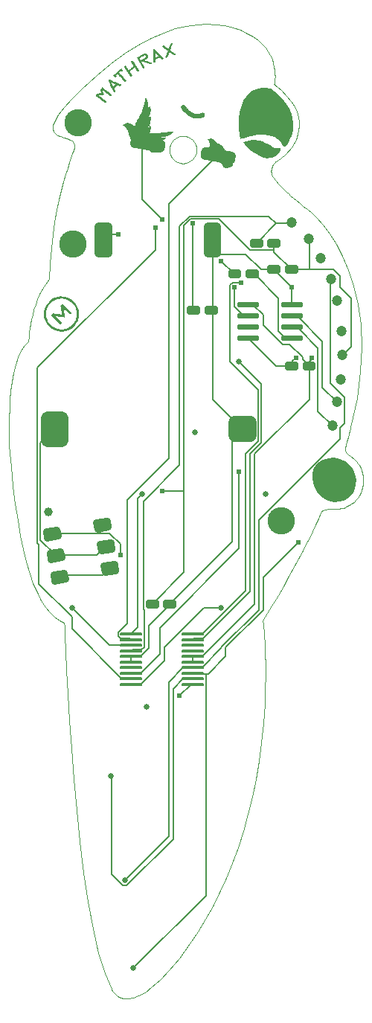
<source format=gtl>
G04 EAGLE Gerber RS-274X export*
G75*
%MOMM*%
%FSLAX34Y34*%
%LPD*%
%INTop Layer*%
%IPPOS*%
%AMOC8*
5,1,8,0,0,1.08239X$1,22.5*%
G01*
%ADD10C,0.001000*%
%ADD11C,0.654800*%
%ADD12C,0.175000*%
%ADD13C,0.325000*%
%ADD14C,1.000000*%
%ADD15R,0.500000X0.500000*%
%ADD16R,0.200000X0.200000*%
%ADD17C,0.500000*%
%ADD18C,1.200000*%
%ADD19C,3.116000*%
%ADD20C,0.750000*%
%ADD21C,1.000000*%
%ADD22C,1.500000*%
%ADD23C,1.600000*%
%ADD24C,0.100000*%
%ADD25C,0.152400*%
%ADD26C,0.609600*%

G36*
X342555Y995484D02*
X342555Y995484D01*
X343183Y995899D01*
X343879Y996535D01*
X343879Y996536D01*
X344645Y997422D01*
X345485Y998585D01*
X345739Y998944D01*
X345740Y998944D01*
X346415Y999990D01*
X347380Y1001678D01*
X347381Y1001678D01*
X348504Y1003960D01*
X349654Y1006792D01*
X350699Y1010126D01*
X351508Y1013916D01*
X351508Y1013917D01*
X351949Y1018117D01*
X351949Y1018118D01*
X351891Y1022683D01*
X351890Y1022683D01*
X351891Y1022683D01*
X351201Y1027567D01*
X349750Y1032723D01*
X349749Y1032723D01*
X347404Y1038104D01*
X347404Y1038105D01*
X344033Y1043666D01*
X339505Y1049361D01*
X333690Y1055144D01*
X333689Y1055144D01*
X326454Y1060968D01*
X326452Y1060968D01*
X326452Y1060969D01*
X325957Y1061084D01*
X324568Y1061340D01*
X322427Y1061601D01*
X322427Y1061600D01*
X322427Y1061601D01*
X319677Y1061729D01*
X316462Y1061591D01*
X316461Y1061591D01*
X312923Y1061050D01*
X312923Y1061049D01*
X309205Y1059969D01*
X309204Y1059968D01*
X305449Y1058212D01*
X305448Y1058212D01*
X301799Y1055645D01*
X301798Y1055645D01*
X298397Y1052131D01*
X298397Y1052130D01*
X295387Y1047533D01*
X292912Y1041717D01*
X292911Y1041717D01*
X291113Y1034547D01*
X291113Y1034546D01*
X290135Y1025886D01*
X290135Y1025885D01*
X290120Y1015598D01*
X291210Y1003548D01*
X291211Y1003548D01*
X291210Y1003548D01*
X291212Y1003547D01*
X291214Y1003544D01*
X291215Y1003545D01*
X291216Y1003545D01*
X291640Y1003704D01*
X292848Y1004134D01*
X294747Y1004761D01*
X297242Y1005513D01*
X300239Y1006316D01*
X303643Y1007097D01*
X307361Y1007783D01*
X311298Y1008300D01*
X315360Y1008577D01*
X319452Y1008540D01*
X323480Y1008115D01*
X327351Y1007230D01*
X330969Y1005812D01*
X334240Y1003788D01*
X337071Y1001084D01*
X339366Y997628D01*
X339383Y997563D01*
X339437Y997383D01*
X339529Y997118D01*
X339663Y996795D01*
X339664Y996794D01*
X339842Y996442D01*
X339842Y996441D01*
X340067Y996087D01*
X340067Y996086D01*
X340342Y995758D01*
X340342Y995757D01*
X340669Y995483D01*
X340670Y995482D01*
X341051Y995290D01*
X341052Y995290D01*
X341491Y995207D01*
X341492Y995207D01*
X341991Y995262D01*
X341992Y995263D01*
X341993Y995263D01*
X342554Y995484D01*
X342555Y995484D01*
G37*
G36*
X404286Y590885D02*
X404286Y590885D01*
X404287Y590885D01*
X408904Y592164D01*
X408905Y592164D01*
X413242Y594453D01*
X413242Y594454D01*
X416984Y597629D01*
X416984Y597630D01*
X416985Y597630D01*
X419892Y601442D01*
X419892Y601443D01*
X421942Y605750D01*
X421943Y605750D01*
X423115Y610410D01*
X423115Y610411D01*
X423388Y615282D01*
X423387Y615282D01*
X423388Y615282D01*
X422740Y620222D01*
X422739Y620223D01*
X421149Y625090D01*
X421148Y625091D01*
X418594Y629744D01*
X418593Y629744D01*
X418593Y629745D01*
X415207Y633755D01*
X415206Y633755D01*
X411236Y636823D01*
X411235Y636823D01*
X411235Y636824D01*
X406836Y638993D01*
X406835Y638994D01*
X402164Y640309D01*
X402163Y640308D01*
X402163Y640309D01*
X397374Y640813D01*
X397373Y640813D01*
X392622Y640551D01*
X392622Y640550D01*
X392621Y640551D01*
X388064Y639565D01*
X388063Y639565D01*
X383855Y637900D01*
X383854Y637900D01*
X379859Y635162D01*
X379859Y635161D01*
X379858Y635161D01*
X376833Y631555D01*
X376833Y631554D01*
X374767Y627276D01*
X374767Y627275D01*
X373652Y622518D01*
X373652Y622517D01*
X373477Y617478D01*
X373478Y617478D01*
X373477Y617478D01*
X374234Y612351D01*
X374235Y612351D01*
X374234Y612351D01*
X375912Y607332D01*
X375913Y607332D01*
X378502Y602617D01*
X378503Y602616D01*
X381872Y598515D01*
X385799Y595229D01*
X385799Y595228D01*
X390143Y592790D01*
X390144Y592790D01*
X390144Y592789D01*
X394766Y591231D01*
X394767Y591231D01*
X399527Y590585D01*
X404286Y590885D01*
G37*
G36*
X193766Y988079D02*
X193766Y988079D01*
X194754Y988161D01*
X195784Y988270D01*
X196844Y988379D01*
X198302Y988592D01*
X198303Y988592D01*
X199121Y988843D01*
X199833Y988723D01*
X200339Y988664D01*
X200340Y988664D01*
X200841Y988657D01*
X201333Y988699D01*
X201814Y988790D01*
X202280Y988925D01*
X202280Y988926D01*
X202280Y988925D01*
X202728Y989105D01*
X202729Y989105D01*
X203156Y989325D01*
X203156Y989326D01*
X203157Y989326D01*
X203561Y989585D01*
X203561Y989586D01*
X203939Y989883D01*
X204287Y990215D01*
X204288Y990215D01*
X204604Y990580D01*
X204885Y990976D01*
X205128Y991401D01*
X205330Y991852D01*
X205330Y991853D01*
X205487Y992328D01*
X205487Y992329D01*
X205598Y992826D01*
X205642Y993087D01*
X205686Y993348D01*
X205774Y993870D01*
X205817Y994131D01*
X205861Y994392D01*
X205905Y994653D01*
X205949Y994914D01*
X205993Y995175D01*
X206037Y995436D01*
X206081Y995697D01*
X206125Y995958D01*
X206169Y996219D01*
X206213Y996480D01*
X206301Y997002D01*
X206355Y997446D01*
X206370Y997886D01*
X206347Y998320D01*
X206346Y998320D01*
X206347Y998320D01*
X206285Y998745D01*
X206285Y998746D01*
X206189Y999161D01*
X206188Y999161D01*
X206058Y999564D01*
X206057Y999564D01*
X206057Y999565D01*
X205893Y999954D01*
X205698Y1000327D01*
X205697Y1000327D01*
X205698Y1000327D01*
X205472Y1000682D01*
X205472Y1000683D01*
X205218Y1001018D01*
X205217Y1001018D01*
X204936Y1001331D01*
X204936Y1001332D01*
X204628Y1001621D01*
X204297Y1001884D01*
X204296Y1001884D01*
X204296Y1001885D01*
X203941Y1002120D01*
X203565Y1002326D01*
X203177Y1002497D01*
X203237Y1002528D01*
X203333Y1002589D01*
X203369Y1002611D01*
X203460Y1002667D01*
X203545Y1002720D01*
X203623Y1002771D01*
X203695Y1002818D01*
X203760Y1002862D01*
X203787Y1002880D01*
X203839Y1002914D01*
X203908Y1002965D01*
X203916Y1002971D01*
X203954Y1002999D01*
X203986Y1003023D01*
X204011Y1003042D01*
X204028Y1003055D01*
X204029Y1003055D01*
X204039Y1003064D01*
X204042Y1003066D01*
X204939Y1003477D01*
X204940Y1003477D01*
X205672Y1003840D01*
X205673Y1003840D01*
X206251Y1004157D01*
X206251Y1004158D01*
X206252Y1004158D01*
X206689Y1004433D01*
X206996Y1004667D01*
X206996Y1004668D01*
X207185Y1004866D01*
X207185Y1004867D01*
X207267Y1005030D01*
X207266Y1005031D01*
X207267Y1005032D01*
X207253Y1005164D01*
X207252Y1005165D01*
X207252Y1005166D01*
X207155Y1005269D01*
X207154Y1005269D01*
X207153Y1005270D01*
X206984Y1005346D01*
X206984Y1005347D01*
X206754Y1005399D01*
X206476Y1005431D01*
X206162Y1005445D01*
X206161Y1005445D01*
X205822Y1005444D01*
X205469Y1005430D01*
X205115Y1005406D01*
X204254Y1005376D01*
X203435Y1005416D01*
X202679Y1005506D01*
X202010Y1005625D01*
X201449Y1005753D01*
X201021Y1005870D01*
X200747Y1005955D01*
X200683Y1005977D01*
X201402Y1005923D01*
X202156Y1005909D01*
X202912Y1005935D01*
X203666Y1005999D01*
X204417Y1006099D01*
X205163Y1006232D01*
X205902Y1006395D01*
X206632Y1006586D01*
X206633Y1006586D01*
X207352Y1006803D01*
X208059Y1007042D01*
X208751Y1007302D01*
X209427Y1007581D01*
X210085Y1007874D01*
X210722Y1008181D01*
X211337Y1008498D01*
X211928Y1008823D01*
X212683Y1009270D01*
X213349Y1009702D01*
X213925Y1010115D01*
X214411Y1010507D01*
X214806Y1010873D01*
X215110Y1011211D01*
X215322Y1011517D01*
X215441Y1011787D01*
X215441Y1011788D01*
X215442Y1011789D01*
X215468Y1012020D01*
X215467Y1012020D01*
X215468Y1012020D01*
X215467Y1012021D01*
X215467Y1012022D01*
X215399Y1012211D01*
X215398Y1012212D01*
X215398Y1012213D01*
X215236Y1012357D01*
X215235Y1012357D01*
X215234Y1012358D01*
X214977Y1012452D01*
X214976Y1012452D01*
X214976Y1012453D01*
X214623Y1012495D01*
X214622Y1012495D01*
X214173Y1012482D01*
X214172Y1012482D01*
X213626Y1012410D01*
X212982Y1012276D01*
X210301Y1011743D01*
X207369Y1011328D01*
X204374Y1011016D01*
X201503Y1010794D01*
X198944Y1010646D01*
X196883Y1010558D01*
X195510Y1010516D01*
X195010Y1010505D01*
X193827Y1010510D01*
X192820Y1010488D01*
X191974Y1010443D01*
X191271Y1010379D01*
X190696Y1010300D01*
X190233Y1010210D01*
X189865Y1010114D01*
X189865Y1010113D01*
X189865Y1010114D01*
X189576Y1010014D01*
X189575Y1010014D01*
X189349Y1009916D01*
X189169Y1009823D01*
X188883Y1009671D01*
X188588Y1009589D01*
X188157Y1009609D01*
X188237Y1009811D01*
X188316Y1010024D01*
X188394Y1010243D01*
X188470Y1010467D01*
X188544Y1010697D01*
X188617Y1010934D01*
X188689Y1011178D01*
X188760Y1011430D01*
X188830Y1011689D01*
X188900Y1011956D01*
X188969Y1012232D01*
X189038Y1012517D01*
X189108Y1012811D01*
X189177Y1013114D01*
X189246Y1013428D01*
X189316Y1013752D01*
X189479Y1014558D01*
X189597Y1015277D01*
X189674Y1015912D01*
X189674Y1015913D01*
X189713Y1016468D01*
X189718Y1016947D01*
X189718Y1016948D01*
X189690Y1017354D01*
X189633Y1017690D01*
X189550Y1017960D01*
X189550Y1017961D01*
X189444Y1018167D01*
X189443Y1018168D01*
X189318Y1018315D01*
X189317Y1018315D01*
X189317Y1018316D01*
X189174Y1018407D01*
X189173Y1018407D01*
X189016Y1018445D01*
X189015Y1018445D01*
X188847Y1018434D01*
X188847Y1018433D01*
X188846Y1018433D01*
X188671Y1018376D01*
X188671Y1018375D01*
X188670Y1018375D01*
X188490Y1018275D01*
X188489Y1018275D01*
X188307Y1018135D01*
X187460Y1017431D01*
X186776Y1016921D01*
X186238Y1016572D01*
X185832Y1016356D01*
X185542Y1016240D01*
X185355Y1016196D01*
X185254Y1016191D01*
X185235Y1016194D01*
X185525Y1016357D01*
X185841Y1016581D01*
X185842Y1016581D01*
X186170Y1016861D01*
X186506Y1017197D01*
X186846Y1017589D01*
X187186Y1018038D01*
X187187Y1018038D01*
X187523Y1018545D01*
X187851Y1019108D01*
X187851Y1019109D01*
X188167Y1019730D01*
X188467Y1020410D01*
X188747Y1021149D01*
X189003Y1021946D01*
X189231Y1022802D01*
X189230Y1022802D01*
X189231Y1022803D01*
X189426Y1023719D01*
X189586Y1024695D01*
X189706Y1025731D01*
X189790Y1026838D01*
X189820Y1027716D01*
X189804Y1028387D01*
X189803Y1028387D01*
X189804Y1028387D01*
X189746Y1028872D01*
X189746Y1028873D01*
X189655Y1029195D01*
X189654Y1029195D01*
X189654Y1029196D01*
X189535Y1029376D01*
X189534Y1029376D01*
X189534Y1029378D01*
X189394Y1029437D01*
X189392Y1029437D01*
X189392Y1029438D01*
X189239Y1029399D01*
X189238Y1029398D01*
X189237Y1029398D01*
X189077Y1029283D01*
X188916Y1029112D01*
X188762Y1028908D01*
X188620Y1028693D01*
X188620Y1028692D01*
X188499Y1028487D01*
X188404Y1028314D01*
X188404Y1028313D01*
X188342Y1028193D01*
X188320Y1028149D01*
X187649Y1027338D01*
X187093Y1026769D01*
X186645Y1026400D01*
X186295Y1026190D01*
X186037Y1026099D01*
X185863Y1026084D01*
X185765Y1026105D01*
X185739Y1026119D01*
X186527Y1027138D01*
X187206Y1028172D01*
X187780Y1029206D01*
X187781Y1029207D01*
X188260Y1030231D01*
X188259Y1030231D01*
X188260Y1030231D01*
X188652Y1031234D01*
X188965Y1032206D01*
X188965Y1032207D01*
X189209Y1033137D01*
X189208Y1033137D01*
X189209Y1033137D01*
X189390Y1034014D01*
X189519Y1034828D01*
X189603Y1035568D01*
X189651Y1036224D01*
X189671Y1036784D01*
X189672Y1037238D01*
X189662Y1037576D01*
X189649Y1037786D01*
X189643Y1037859D01*
X189521Y1038711D01*
X189393Y1039416D01*
X189260Y1039984D01*
X189124Y1040426D01*
X189123Y1040427D01*
X189124Y1040427D01*
X188985Y1040753D01*
X188984Y1040753D01*
X188844Y1040973D01*
X188843Y1040973D01*
X188843Y1040974D01*
X188702Y1041097D01*
X188701Y1041097D01*
X188701Y1041098D01*
X188561Y1041135D01*
X188560Y1041134D01*
X188559Y1041135D01*
X188421Y1041096D01*
X188420Y1041095D01*
X188419Y1041095D01*
X188285Y1040991D01*
X188284Y1040990D01*
X188153Y1040830D01*
X188153Y1040829D01*
X188028Y1040623D01*
X187909Y1040381D01*
X187798Y1040114D01*
X187695Y1039832D01*
X187603Y1039544D01*
X187348Y1038859D01*
X187034Y1038231D01*
X186691Y1037672D01*
X186346Y1037190D01*
X186028Y1036797D01*
X185767Y1036503D01*
X185589Y1036319D01*
X185543Y1036275D01*
X185838Y1036818D01*
X186103Y1037403D01*
X186327Y1038003D01*
X186327Y1038004D01*
X186512Y1038617D01*
X186659Y1039241D01*
X186770Y1039873D01*
X186848Y1040511D01*
X186894Y1041152D01*
X186911Y1041794D01*
X186900Y1042435D01*
X186862Y1043072D01*
X186801Y1043703D01*
X186718Y1044325D01*
X186615Y1044937D01*
X186494Y1045535D01*
X186357Y1046117D01*
X186148Y1046871D01*
X185926Y1047549D01*
X185692Y1048151D01*
X185451Y1048673D01*
X185451Y1048674D01*
X185206Y1049116D01*
X184960Y1049476D01*
X184959Y1049476D01*
X184959Y1049477D01*
X184715Y1049753D01*
X184714Y1049753D01*
X184476Y1049944D01*
X184475Y1049944D01*
X184475Y1049945D01*
X184246Y1050049D01*
X184245Y1050049D01*
X184244Y1050049D01*
X184027Y1050064D01*
X184026Y1050063D01*
X184025Y1050064D01*
X183823Y1049988D01*
X183823Y1049987D01*
X183822Y1049987D01*
X183639Y1049820D01*
X183639Y1049819D01*
X183638Y1049819D01*
X183477Y1049557D01*
X183341Y1049199D01*
X183234Y1048744D01*
X183233Y1048744D01*
X183158Y1048191D01*
X183151Y1048138D01*
X183150Y1048138D01*
X183142Y1048083D01*
X183134Y1048027D01*
X183126Y1047972D01*
X183117Y1047917D01*
X183109Y1047862D01*
X183101Y1047806D01*
X183093Y1047751D01*
X183084Y1047696D01*
X183076Y1047641D01*
X183068Y1047585D01*
X183059Y1047530D01*
X183051Y1047475D01*
X183043Y1047420D01*
X183035Y1047364D01*
X183026Y1047309D01*
X183018Y1047254D01*
X183010Y1047199D01*
X183001Y1047143D01*
X182993Y1047088D01*
X182985Y1047033D01*
X182977Y1046978D01*
X182968Y1046922D01*
X182960Y1046867D01*
X182952Y1046812D01*
X182943Y1046757D01*
X182935Y1046701D01*
X182927Y1046646D01*
X182919Y1046591D01*
X182910Y1046536D01*
X182902Y1046480D01*
X182894Y1046425D01*
X182886Y1046370D01*
X182885Y1046370D01*
X182877Y1046315D01*
X182869Y1046259D01*
X182861Y1046204D01*
X182852Y1046149D01*
X182844Y1046094D01*
X182836Y1046038D01*
X182828Y1045983D01*
X182819Y1045928D01*
X182814Y1045895D01*
X182266Y1043446D01*
X181589Y1040985D01*
X180862Y1038654D01*
X180162Y1036594D01*
X179566Y1034948D01*
X179152Y1033856D01*
X178997Y1033460D01*
X177527Y1030321D01*
X176260Y1027880D01*
X175185Y1026023D01*
X174289Y1024635D01*
X173560Y1023600D01*
X173254Y1023179D01*
X172985Y1022803D01*
X172752Y1022458D01*
X172752Y1022457D01*
X172553Y1022128D01*
X172387Y1021801D01*
X172251Y1021461D01*
X172252Y1021461D01*
X172251Y1021461D01*
X172202Y1021309D01*
X172157Y1021155D01*
X172117Y1020999D01*
X172080Y1020842D01*
X172048Y1020684D01*
X172019Y1020525D01*
X171995Y1020366D01*
X171973Y1020207D01*
X171973Y1020206D01*
X171955Y1020048D01*
X171940Y1019890D01*
X171940Y1019889D01*
X171928Y1019732D01*
X171919Y1019577D01*
X171912Y1019423D01*
X171908Y1019271D01*
X171906Y1019122D01*
X171906Y1018977D01*
X171882Y1018931D01*
X171858Y1018888D01*
X171836Y1018846D01*
X171815Y1018807D01*
X171796Y1018770D01*
X171778Y1018736D01*
X171762Y1018705D01*
X171747Y1018677D01*
X171734Y1018651D01*
X171722Y1018629D01*
X171705Y1018594D01*
X171698Y1018581D01*
X171694Y1018572D01*
X171692Y1018568D01*
X171550Y1018637D01*
X171549Y1018637D01*
X171412Y1018697D01*
X171281Y1018750D01*
X171153Y1018799D01*
X171026Y1018844D01*
X170896Y1018890D01*
X170616Y1018993D01*
X170290Y1019126D01*
X169894Y1019309D01*
X169405Y1019564D01*
X168799Y1019910D01*
X168493Y1020092D01*
X168128Y1020304D01*
X167708Y1020535D01*
X167242Y1020775D01*
X167241Y1020775D01*
X166733Y1021014D01*
X166188Y1021241D01*
X165613Y1021447D01*
X165014Y1021621D01*
X164397Y1021753D01*
X163767Y1021833D01*
X163131Y1021850D01*
X162495Y1021795D01*
X161864Y1021658D01*
X161864Y1021657D01*
X161245Y1021427D01*
X161244Y1021427D01*
X160643Y1021093D01*
X160642Y1021093D01*
X160064Y1020646D01*
X160034Y1020627D01*
X159943Y1020572D01*
X159797Y1020489D01*
X159596Y1020384D01*
X159346Y1020265D01*
X159048Y1020138D01*
X158706Y1020011D01*
X158322Y1019889D01*
X158131Y1019830D01*
X157960Y1019771D01*
X157811Y1019714D01*
X157685Y1019656D01*
X157582Y1019599D01*
X157505Y1019542D01*
X157505Y1019541D01*
X157504Y1019541D01*
X157452Y1019483D01*
X157452Y1019482D01*
X157427Y1019423D01*
X157427Y1019422D01*
X157426Y1019422D01*
X157429Y1019362D01*
X157430Y1019361D01*
X157430Y1019360D01*
X157461Y1019299D01*
X157462Y1019299D01*
X157462Y1019298D01*
X157524Y1019235D01*
X157616Y1019170D01*
X157616Y1019169D01*
X157740Y1019102D01*
X157741Y1019102D01*
X157897Y1019032D01*
X158087Y1018959D01*
X158312Y1018882D01*
X158578Y1018785D01*
X158851Y1018671D01*
X159116Y1018549D01*
X159362Y1018428D01*
X159575Y1018318D01*
X159743Y1018228D01*
X159853Y1018168D01*
X159882Y1018151D01*
X159892Y1018146D01*
X160526Y1017636D01*
X161157Y1017008D01*
X161778Y1016260D01*
X162383Y1015388D01*
X162964Y1014389D01*
X163513Y1013260D01*
X164024Y1011998D01*
X164490Y1010600D01*
X164498Y1010557D01*
X164509Y1010505D01*
X164539Y1010353D01*
X164696Y1009666D01*
X164970Y1008619D01*
X164971Y1008619D01*
X165372Y1007292D01*
X165912Y1005766D01*
X165912Y1005765D01*
X166600Y1004120D01*
X166600Y1004119D01*
X167083Y1003158D01*
X167044Y1002926D01*
X167005Y1002692D01*
X166965Y1002458D01*
X166926Y1002224D01*
X166887Y1001990D01*
X166847Y1001755D01*
X166808Y1001521D01*
X166768Y1001287D01*
X166729Y1001053D01*
X166690Y1000819D01*
X166650Y1000585D01*
X166611Y1000351D01*
X166571Y1000117D01*
X166532Y999883D01*
X166492Y999649D01*
X166453Y999415D01*
X166394Y998909D01*
X166394Y998908D01*
X166386Y998407D01*
X166387Y998407D01*
X166386Y998407D01*
X166429Y997915D01*
X166519Y997434D01*
X166655Y996968D01*
X166834Y996520D01*
X166835Y996520D01*
X166834Y996519D01*
X167055Y996092D01*
X167055Y996091D01*
X167315Y995687D01*
X167612Y995309D01*
X167944Y994960D01*
X167945Y994960D01*
X168310Y994644D01*
X168706Y994363D01*
X169131Y994120D01*
X169582Y993918D01*
X170058Y993761D01*
X170556Y993650D01*
X172386Y993342D01*
X174216Y993034D01*
X176046Y992726D01*
X177876Y992418D01*
X179705Y992111D01*
X181535Y991803D01*
X183365Y991495D01*
X185195Y991187D01*
X187024Y990879D01*
X188589Y990616D01*
X188704Y990425D01*
X188704Y990424D01*
X189214Y989738D01*
X189214Y989737D01*
X189884Y989001D01*
X189885Y989001D01*
X189885Y989000D01*
X190479Y988551D01*
X190480Y988551D01*
X190480Y988550D01*
X191177Y988260D01*
X191178Y988260D01*
X191966Y988102D01*
X191966Y988103D01*
X191966Y988102D01*
X192833Y988051D01*
X193766Y988079D01*
G37*
G36*
X88324Y784512D02*
X88324Y784512D01*
X88324Y784511D01*
X89551Y784644D01*
X92140Y784925D01*
X92140Y784926D01*
X95832Y786071D01*
X95833Y786071D01*
X99289Y787946D01*
X99290Y787946D01*
X102395Y790549D01*
X102396Y790549D01*
X104920Y793718D01*
X104920Y793719D01*
X106707Y797220D01*
X106708Y797221D01*
X107760Y800940D01*
X108078Y804764D01*
X108078Y804765D01*
X107665Y808579D01*
X107664Y808580D01*
X107665Y808580D01*
X106520Y812271D01*
X106520Y812272D01*
X104646Y815727D01*
X104646Y815728D01*
X102044Y818832D01*
X102044Y818833D01*
X98874Y821358D01*
X98873Y821358D01*
X95372Y823146D01*
X95371Y823146D01*
X95371Y823147D01*
X91652Y824199D01*
X91651Y824199D01*
X89551Y824374D01*
X87827Y824518D01*
X87826Y824518D01*
X84012Y824104D01*
X84011Y824104D01*
X80320Y822959D01*
X80319Y822959D01*
X76864Y821085D01*
X76863Y821084D01*
X73757Y818481D01*
X71233Y815312D01*
X71233Y815311D01*
X69445Y811810D01*
X69445Y811809D01*
X68393Y808090D01*
X68393Y808089D01*
X68074Y804265D01*
X68074Y804264D01*
X68487Y800449D01*
X68488Y800449D01*
X68487Y800448D01*
X69631Y796756D01*
X69632Y796755D01*
X69631Y796755D01*
X71504Y793298D01*
X71505Y793298D01*
X71504Y793298D01*
X74105Y790191D01*
X77275Y787668D01*
X77276Y787668D01*
X77276Y787667D01*
X80778Y785881D01*
X80779Y785881D01*
X84498Y784829D01*
X84499Y784829D01*
X88324Y784511D01*
X88324Y784512D01*
G37*
%LPC*%
G36*
X86609Y787074D02*
X86609Y787074D01*
X84942Y787293D01*
X83298Y787672D01*
X81690Y788212D01*
X80130Y788913D01*
X78629Y789775D01*
X77200Y790799D01*
X75854Y791985D01*
X74635Y793300D01*
X73576Y794703D01*
X72676Y796182D01*
X71936Y797725D01*
X71356Y799320D01*
X70935Y800955D01*
X70673Y802617D01*
X70571Y804295D01*
X70632Y805976D01*
X70853Y807645D01*
X71233Y809289D01*
X71774Y810899D01*
X72475Y812460D01*
X73338Y813961D01*
X74362Y815390D01*
X75548Y816735D01*
X76862Y817953D01*
X78265Y819012D01*
X79743Y819911D01*
X81287Y820651D01*
X82882Y821232D01*
X84517Y821652D01*
X86179Y821914D01*
X87858Y822015D01*
X89536Y821954D01*
X89550Y821952D01*
X91204Y821734D01*
X92848Y821354D01*
X94457Y820814D01*
X96018Y820113D01*
X97520Y819251D01*
X98949Y818227D01*
X100295Y817042D01*
X101514Y815727D01*
X102574Y814323D01*
X103472Y812844D01*
X104212Y811300D01*
X104791Y809706D01*
X105211Y808072D01*
X105471Y806412D01*
X105571Y804736D01*
X105512Y803055D01*
X105293Y801387D01*
X104913Y799742D01*
X104373Y798132D01*
X103673Y796570D01*
X102811Y795068D01*
X101788Y793638D01*
X100605Y792291D01*
X99288Y791074D01*
X97884Y790017D01*
X96404Y789119D01*
X94859Y788380D01*
X93264Y787800D01*
X91628Y787379D01*
X89966Y787117D01*
X89550Y787092D01*
X88288Y787015D01*
X86609Y787074D01*
G37*
%LPD*%
G36*
X275476Y970682D02*
X275476Y970682D01*
X275587Y970685D01*
X275699Y970692D01*
X275812Y970701D01*
X275925Y970713D01*
X276029Y970716D01*
X276151Y970721D01*
X276152Y970721D01*
X276292Y970728D01*
X276451Y970739D01*
X276626Y970755D01*
X276819Y970776D01*
X277027Y970804D01*
X277027Y970805D01*
X277028Y970805D01*
X277252Y970841D01*
X277492Y970885D01*
X277493Y970885D01*
X277748Y970940D01*
X278018Y971005D01*
X278302Y971082D01*
X278600Y971172D01*
X278600Y971173D01*
X278600Y971172D01*
X278911Y971276D01*
X279235Y971395D01*
X279571Y971529D01*
X279600Y971535D01*
X279629Y971541D01*
X279658Y971547D01*
X279686Y971553D01*
X279713Y971560D01*
X279740Y971566D01*
X279767Y971573D01*
X279794Y971580D01*
X279820Y971587D01*
X279846Y971595D01*
X279872Y971603D01*
X279897Y971611D01*
X279923Y971619D01*
X279948Y971628D01*
X279974Y971637D01*
X279999Y971646D01*
X280414Y971806D01*
X280415Y971806D01*
X280800Y971971D01*
X280800Y971972D01*
X280800Y971971D01*
X281155Y972142D01*
X281480Y972319D01*
X281774Y972500D01*
X282038Y972688D01*
X282271Y972880D01*
X282473Y973078D01*
X282474Y973078D01*
X282646Y973281D01*
X282787Y973490D01*
X282788Y973490D01*
X282898Y973703D01*
X282898Y973704D01*
X282979Y973922D01*
X282978Y973922D01*
X282979Y973922D01*
X282979Y973923D01*
X283028Y974146D01*
X283028Y974147D01*
X283047Y974375D01*
X283047Y974376D01*
X283035Y974609D01*
X283034Y974610D01*
X283035Y974610D01*
X282992Y974848D01*
X282992Y974849D01*
X282987Y974871D01*
X282981Y974895D01*
X282975Y974918D01*
X282968Y974942D01*
X282961Y974966D01*
X282954Y974990D01*
X282946Y975014D01*
X282938Y975039D01*
X282929Y975063D01*
X282920Y975088D01*
X282910Y975112D01*
X282901Y975136D01*
X282901Y975137D01*
X282890Y975161D01*
X282880Y975185D01*
X282869Y975208D01*
X282857Y975232D01*
X282846Y975256D01*
X282832Y975281D01*
X282818Y975305D01*
X282817Y975305D01*
X282802Y975329D01*
X282801Y975329D01*
X282784Y975354D01*
X282766Y975378D01*
X282748Y975402D01*
X282728Y975426D01*
X282709Y975451D01*
X282708Y975451D01*
X282689Y975475D01*
X282669Y975499D01*
X282650Y975523D01*
X282631Y975547D01*
X282612Y975571D01*
X282612Y975572D01*
X282595Y975596D01*
X282581Y975616D01*
X282855Y975744D01*
X283125Y975891D01*
X283385Y976054D01*
X283635Y976232D01*
X283874Y976425D01*
X284101Y976632D01*
X284315Y976852D01*
X284315Y976853D01*
X284516Y977086D01*
X284516Y977087D01*
X284703Y977333D01*
X284874Y977592D01*
X285030Y977862D01*
X285030Y977863D01*
X285169Y978144D01*
X285291Y978436D01*
X285395Y978738D01*
X285480Y979050D01*
X285545Y979370D01*
X285589Y979631D01*
X285633Y979892D01*
X285677Y980153D01*
X285720Y980414D01*
X285808Y980936D01*
X285852Y981197D01*
X285940Y981719D01*
X285984Y981980D01*
X286028Y982241D01*
X286072Y982502D01*
X286116Y982763D01*
X286160Y983024D01*
X286204Y983285D01*
X286248Y983546D01*
X286247Y983546D01*
X286248Y983546D01*
X286307Y984052D01*
X286307Y984053D01*
X286314Y984554D01*
X286272Y985046D01*
X286271Y985046D01*
X286272Y985046D01*
X286181Y985527D01*
X286046Y985993D01*
X286045Y985993D01*
X285866Y986441D01*
X285866Y986442D01*
X285646Y986869D01*
X285645Y986869D01*
X285645Y986870D01*
X285386Y987274D01*
X285385Y987274D01*
X285088Y987652D01*
X284756Y988000D01*
X284756Y988001D01*
X284391Y988317D01*
X283995Y988598D01*
X283570Y988841D01*
X283119Y989043D01*
X283119Y989042D01*
X283118Y989043D01*
X282643Y989200D01*
X282642Y989200D01*
X282145Y989311D01*
X282144Y989311D01*
X281649Y989394D01*
X281154Y989477D01*
X280659Y989561D01*
X280164Y989644D01*
X279669Y989727D01*
X278679Y989894D01*
X278184Y989977D01*
X277194Y990144D01*
X276699Y990227D01*
X276204Y990311D01*
X275709Y990394D01*
X275214Y990477D01*
X274719Y990561D01*
X274226Y990644D01*
X273576Y992131D01*
X272868Y993435D01*
X272116Y994565D01*
X271335Y995534D01*
X270538Y996354D01*
X270537Y996355D01*
X269738Y997039D01*
X268950Y997599D01*
X268187Y998047D01*
X268186Y998047D01*
X267462Y998396D01*
X266790Y998659D01*
X266789Y998659D01*
X266183Y998847D01*
X265656Y998973D01*
X265223Y999050D01*
X264896Y999089D01*
X264690Y999103D01*
X264620Y999105D01*
X264549Y999190D01*
X264475Y999278D01*
X264401Y999367D01*
X264327Y999458D01*
X264251Y999550D01*
X264176Y999644D01*
X264100Y999739D01*
X264023Y999836D01*
X263947Y999934D01*
X263870Y1000034D01*
X263793Y1000134D01*
X263716Y1000236D01*
X263639Y1000339D01*
X263562Y1000442D01*
X263562Y1000443D01*
X263486Y1000548D01*
X263409Y1000654D01*
X263289Y1000827D01*
X263149Y1001024D01*
X262991Y1001240D01*
X262815Y1001472D01*
X262620Y1001715D01*
X262408Y1001966D01*
X262178Y1002222D01*
X261930Y1002478D01*
X261666Y1002730D01*
X261384Y1002976D01*
X261086Y1003211D01*
X260771Y1003431D01*
X260440Y1003633D01*
X260093Y1003812D01*
X259731Y1003966D01*
X259730Y1003966D01*
X259352Y1004090D01*
X259204Y1004128D01*
X259056Y1004162D01*
X258908Y1004189D01*
X258759Y1004211D01*
X258611Y1004228D01*
X258463Y1004239D01*
X258315Y1004245D01*
X258167Y1004245D01*
X258166Y1004245D01*
X258019Y1004239D01*
X258018Y1004239D01*
X257871Y1004228D01*
X257723Y1004211D01*
X257575Y1004189D01*
X257428Y1004162D01*
X257281Y1004128D01*
X257280Y1004128D01*
X257133Y1004090D01*
X257133Y1004089D01*
X256987Y1004045D01*
X256986Y1004045D01*
X256977Y1004040D01*
X256958Y1004026D01*
X256957Y1004026D01*
X256928Y1004004D01*
X256890Y1003976D01*
X256842Y1003944D01*
X256786Y1003907D01*
X256721Y1003869D01*
X256649Y1003831D01*
X256569Y1003793D01*
X256483Y1003758D01*
X256390Y1003727D01*
X256291Y1003701D01*
X256186Y1003683D01*
X256077Y1003673D01*
X255963Y1003673D01*
X255844Y1003684D01*
X255760Y1003694D01*
X255671Y1003704D01*
X255577Y1003713D01*
X255576Y1003713D01*
X255479Y1003720D01*
X255379Y1003724D01*
X255278Y1003723D01*
X255277Y1003723D01*
X255176Y1003717D01*
X255075Y1003705D01*
X254977Y1003685D01*
X254976Y1003685D01*
X254881Y1003658D01*
X254881Y1003657D01*
X254880Y1003657D01*
X254789Y1003621D01*
X254789Y1003620D01*
X254703Y1003573D01*
X254702Y1003573D01*
X254623Y1003515D01*
X254623Y1003514D01*
X254622Y1003514D01*
X254550Y1003444D01*
X254550Y1003443D01*
X254549Y1003443D01*
X254486Y1003360D01*
X254486Y1003359D01*
X254485Y1003359D01*
X254431Y1003261D01*
X254392Y1003159D01*
X254392Y1003158D01*
X254371Y1003067D01*
X254371Y1003066D01*
X254366Y1002983D01*
X254375Y1002908D01*
X254376Y1002908D01*
X254375Y1002908D01*
X254397Y1002840D01*
X254398Y1002840D01*
X254431Y1002779D01*
X254431Y1002778D01*
X254474Y1002723D01*
X254525Y1002672D01*
X254583Y1002624D01*
X254646Y1002579D01*
X254712Y1002536D01*
X254779Y1002494D01*
X254847Y1002451D01*
X254913Y1002407D01*
X254976Y1002361D01*
X255035Y1002312D01*
X255100Y1002252D01*
X255166Y1002187D01*
X255232Y1002118D01*
X255298Y1002047D01*
X255362Y1001975D01*
X255425Y1001903D01*
X255485Y1001831D01*
X255542Y1001763D01*
X255594Y1001697D01*
X255643Y1001636D01*
X255685Y1001582D01*
X255722Y1001534D01*
X255752Y1001495D01*
X255775Y1001465D01*
X255790Y1001445D01*
X255795Y1001438D01*
X255938Y1001175D01*
X256068Y1000892D01*
X256185Y1000592D01*
X256290Y1000274D01*
X256382Y999939D01*
X256461Y999588D01*
X256527Y999221D01*
X256581Y998840D01*
X256621Y998444D01*
X256647Y998034D01*
X256661Y997612D01*
X256661Y997177D01*
X256647Y996731D01*
X256619Y996274D01*
X256577Y995806D01*
X256522Y995329D01*
X256517Y995281D01*
X256512Y995232D01*
X256506Y995183D01*
X256499Y995132D01*
X256493Y995080D01*
X256485Y995027D01*
X256478Y994973D01*
X256470Y994918D01*
X256464Y994880D01*
X256463Y994872D01*
X256461Y994862D01*
X256453Y994805D01*
X256444Y994748D01*
X256434Y994689D01*
X256425Y994630D01*
X256415Y994570D01*
X256405Y994509D01*
X256394Y994447D01*
X256387Y994402D01*
X256380Y994356D01*
X256373Y994309D01*
X256365Y994262D01*
X256358Y994215D01*
X256351Y994166D01*
X256343Y994118D01*
X256336Y994069D01*
X256328Y994019D01*
X256320Y993969D01*
X256317Y993945D01*
X256316Y993937D01*
X256313Y993919D01*
X256305Y993868D01*
X256298Y993816D01*
X256290Y993765D01*
X256283Y993713D01*
X256276Y993664D01*
X256067Y993700D01*
X255854Y993735D01*
X255641Y993771D01*
X255427Y993807D01*
X255214Y993843D01*
X255001Y993879D01*
X254788Y993915D01*
X254574Y993950D01*
X254361Y993986D01*
X254148Y994022D01*
X253934Y994058D01*
X253721Y994094D01*
X253508Y994130D01*
X253295Y994166D01*
X253081Y994202D01*
X252868Y994237D01*
X252361Y994297D01*
X251860Y994304D01*
X251368Y994262D01*
X251368Y994261D01*
X251367Y994262D01*
X250887Y994171D01*
X250421Y994035D01*
X249972Y993856D01*
X249544Y993635D01*
X249140Y993375D01*
X248762Y993078D01*
X248413Y992746D01*
X248097Y992381D01*
X248097Y992380D01*
X247816Y991985D01*
X247815Y991984D01*
X247573Y991560D01*
X247371Y991109D01*
X247371Y991108D01*
X247213Y990633D01*
X247214Y990632D01*
X247213Y990632D01*
X247103Y990135D01*
X247103Y990134D01*
X247059Y989873D01*
X247015Y989612D01*
X246971Y989351D01*
X246927Y989090D01*
X246883Y988829D01*
X246840Y988569D01*
X246796Y988308D01*
X246752Y988047D01*
X246708Y987786D01*
X246664Y987525D01*
X246620Y987264D01*
X246576Y987003D01*
X246532Y986742D01*
X246488Y986481D01*
X246444Y986220D01*
X246400Y985959D01*
X246341Y985452D01*
X246333Y984951D01*
X246334Y984951D01*
X246333Y984951D01*
X246376Y984459D01*
X246376Y984458D01*
X246466Y983978D01*
X246466Y983977D01*
X246602Y983512D01*
X246602Y983511D01*
X246781Y983063D01*
X246782Y983063D01*
X247002Y982635D01*
X247262Y982231D01*
X247262Y982230D01*
X247559Y981852D01*
X247891Y981504D01*
X247892Y981504D01*
X247892Y981503D01*
X248257Y981187D01*
X248653Y980906D01*
X249077Y980663D01*
X249078Y980663D01*
X249529Y980462D01*
X250005Y980304D01*
X250503Y980194D01*
X251446Y980035D01*
X252389Y979876D01*
X253331Y979718D01*
X254274Y979559D01*
X255217Y979401D01*
X256159Y979242D01*
X257102Y979084D01*
X258045Y978925D01*
X258987Y978766D01*
X259930Y978608D01*
X260873Y978449D01*
X261815Y978291D01*
X262758Y978132D01*
X263701Y977973D01*
X264643Y977815D01*
X265586Y977656D01*
X265756Y977595D01*
X265929Y977533D01*
X266105Y977471D01*
X266282Y977409D01*
X266461Y977347D01*
X266640Y977286D01*
X266820Y977225D01*
X267001Y977164D01*
X267180Y977105D01*
X267181Y977105D01*
X267360Y977047D01*
X267538Y976991D01*
X267714Y976935D01*
X267888Y976882D01*
X268059Y976831D01*
X268228Y976782D01*
X268393Y976735D01*
X268907Y976564D01*
X269366Y976362D01*
X269773Y976133D01*
X270130Y975884D01*
X270442Y975619D01*
X270710Y975346D01*
X270938Y975069D01*
X271130Y974795D01*
X271288Y974529D01*
X271416Y974277D01*
X271516Y974045D01*
X271591Y973838D01*
X271645Y973663D01*
X271681Y973525D01*
X271702Y973429D01*
X271711Y973383D01*
X271712Y973382D01*
X271711Y973382D01*
X271781Y973145D01*
X271863Y972917D01*
X271958Y972699D01*
X271959Y972699D01*
X271959Y972698D01*
X272066Y972490D01*
X272186Y972291D01*
X272317Y972103D01*
X272460Y971925D01*
X272614Y971758D01*
X272779Y971602D01*
X272779Y971601D01*
X272954Y971457D01*
X272954Y971456D01*
X273139Y971323D01*
X273334Y971202D01*
X273334Y971201D01*
X273539Y971092D01*
X273752Y970994D01*
X273974Y970909D01*
X274205Y970837D01*
X274306Y970810D01*
X274408Y970785D01*
X274510Y970763D01*
X274614Y970743D01*
X274719Y970727D01*
X274824Y970712D01*
X274931Y970701D01*
X275038Y970692D01*
X275146Y970685D01*
X275255Y970682D01*
X275256Y970682D01*
X275365Y970680D01*
X275476Y970682D01*
G37*
G36*
X325258Y981965D02*
X325258Y981965D01*
X325259Y981965D01*
X328344Y982697D01*
X328344Y982698D01*
X331345Y984183D01*
X331345Y984184D01*
X331416Y984231D01*
X331616Y984368D01*
X331616Y984369D01*
X331616Y984368D01*
X331927Y984593D01*
X332331Y984899D01*
X332808Y985284D01*
X333341Y985741D01*
X333911Y986268D01*
X334499Y986859D01*
X335088Y987511D01*
X335658Y988218D01*
X335658Y988219D01*
X336191Y988977D01*
X336191Y988978D01*
X336669Y989783D01*
X336669Y989784D01*
X337073Y990632D01*
X337073Y990633D01*
X337385Y991520D01*
X337386Y991520D01*
X337587Y992441D01*
X337586Y992441D01*
X337587Y992442D01*
X337659Y993392D01*
X337659Y993393D01*
X337658Y993393D01*
X337656Y993397D01*
X337655Y993396D01*
X337654Y993396D01*
X337654Y993397D01*
X337616Y993390D01*
X337507Y993370D01*
X337331Y993341D01*
X337096Y993303D01*
X336806Y993260D01*
X336468Y993213D01*
X336087Y993164D01*
X335670Y993116D01*
X335221Y993070D01*
X334748Y993030D01*
X334254Y992996D01*
X333748Y992972D01*
X333233Y992959D01*
X332717Y992960D01*
X332205Y992977D01*
X331702Y993011D01*
X331072Y993220D01*
X330174Y993718D01*
X329015Y994449D01*
X327608Y995359D01*
X325960Y996391D01*
X324081Y997491D01*
X324081Y997492D01*
X321982Y998603D01*
X321981Y998603D01*
X321981Y998604D01*
X319670Y999672D01*
X317156Y1000643D01*
X314449Y1001459D01*
X311559Y1002066D01*
X311558Y1002066D01*
X308494Y1002409D01*
X308494Y1002408D01*
X308494Y1002409D01*
X305265Y1002431D01*
X301881Y1002078D01*
X298352Y1001294D01*
X298351Y1001294D01*
X294686Y1000025D01*
X294686Y1000024D01*
X294685Y1000024D01*
X294685Y1000023D01*
X294683Y1000020D01*
X294684Y1000019D01*
X294684Y1000018D01*
X294923Y999729D01*
X295615Y998924D01*
X295615Y998923D01*
X296721Y997692D01*
X298202Y996124D01*
X298203Y996124D01*
X300022Y994312D01*
X302140Y992346D01*
X302141Y992346D01*
X304520Y990317D01*
X307121Y988315D01*
X307122Y988315D01*
X309907Y986432D01*
X309908Y986432D01*
X312839Y984758D01*
X312840Y984758D01*
X312840Y984757D01*
X315878Y983383D01*
X315879Y983383D01*
X318987Y982399D01*
X318987Y982398D01*
X322126Y981896D01*
X322127Y981896D01*
X325258Y981965D01*
G37*
G36*
X243286Y1027056D02*
X243286Y1027056D01*
X243705Y1027073D01*
X244126Y1027102D01*
X244127Y1027102D01*
X244551Y1027142D01*
X244978Y1027195D01*
X245407Y1027259D01*
X245838Y1027336D01*
X246271Y1027425D01*
X246706Y1027527D01*
X247142Y1027642D01*
X247580Y1027769D01*
X248018Y1027909D01*
X248019Y1027909D01*
X248458Y1028063D01*
X248899Y1028230D01*
X249339Y1028410D01*
X249780Y1028604D01*
X249781Y1028604D01*
X250021Y1028729D01*
X250022Y1028729D01*
X250244Y1028874D01*
X250245Y1028874D01*
X250448Y1029038D01*
X250449Y1029038D01*
X250633Y1029220D01*
X250798Y1029417D01*
X250942Y1029627D01*
X250941Y1029628D01*
X250942Y1029628D01*
X251064Y1029850D01*
X251164Y1030083D01*
X251164Y1030084D01*
X251242Y1030325D01*
X251297Y1030573D01*
X251297Y1030574D01*
X251327Y1030827D01*
X251333Y1031083D01*
X251333Y1031084D01*
X251314Y1031342D01*
X251270Y1031599D01*
X251269Y1031600D01*
X251270Y1031600D01*
X251199Y1031856D01*
X251198Y1031856D01*
X251100Y1032108D01*
X251100Y1032109D01*
X250974Y1032349D01*
X250974Y1032350D01*
X250828Y1032573D01*
X250663Y1032777D01*
X250662Y1032777D01*
X250480Y1032962D01*
X250282Y1033127D01*
X250071Y1033271D01*
X249848Y1033394D01*
X249615Y1033495D01*
X249614Y1033495D01*
X249373Y1033573D01*
X249125Y1033627D01*
X249124Y1033627D01*
X248871Y1033658D01*
X248614Y1033664D01*
X248614Y1033663D01*
X248614Y1033664D01*
X248356Y1033644D01*
X248098Y1033599D01*
X248098Y1033598D01*
X247842Y1033526D01*
X247589Y1033427D01*
X247270Y1033287D01*
X246955Y1033158D01*
X246643Y1033039D01*
X246335Y1032932D01*
X246030Y1032834D01*
X245729Y1032746D01*
X245430Y1032668D01*
X245135Y1032599D01*
X244843Y1032539D01*
X244553Y1032488D01*
X244267Y1032445D01*
X243982Y1032411D01*
X243701Y1032384D01*
X243421Y1032365D01*
X243144Y1032353D01*
X242870Y1032349D01*
X242175Y1032369D01*
X241487Y1032436D01*
X240806Y1032548D01*
X240133Y1032701D01*
X239469Y1032893D01*
X238816Y1033121D01*
X238174Y1033382D01*
X237545Y1033673D01*
X236928Y1033992D01*
X236326Y1034336D01*
X235739Y1034701D01*
X235169Y1035086D01*
X234616Y1035487D01*
X234081Y1035901D01*
X233566Y1036326D01*
X233071Y1036759D01*
X232834Y1036974D01*
X232603Y1037189D01*
X232377Y1037403D01*
X232159Y1037617D01*
X231946Y1037829D01*
X231740Y1038040D01*
X231541Y1038248D01*
X231348Y1038454D01*
X231162Y1038656D01*
X230982Y1038855D01*
X230810Y1039049D01*
X230645Y1039238D01*
X230487Y1039423D01*
X230336Y1039601D01*
X230193Y1039773D01*
X230057Y1039939D01*
X229931Y1040097D01*
X229813Y1040248D01*
X229704Y1040389D01*
X229604Y1040521D01*
X229512Y1040643D01*
X229428Y1040756D01*
X229353Y1040859D01*
X229287Y1040952D01*
X229228Y1041035D01*
X229177Y1041108D01*
X229134Y1041170D01*
X229099Y1041221D01*
X229072Y1041261D01*
X229052Y1041289D01*
X229039Y1041307D01*
X229034Y1041313D01*
X228875Y1041532D01*
X228874Y1041532D01*
X228697Y1041731D01*
X228504Y1041908D01*
X228296Y1042063D01*
X228076Y1042196D01*
X227846Y1042307D01*
X227845Y1042307D01*
X227606Y1042394D01*
X227360Y1042458D01*
X227109Y1042499D01*
X227108Y1042499D01*
X226855Y1042515D01*
X226854Y1042515D01*
X226599Y1042507D01*
X226344Y1042474D01*
X226344Y1042473D01*
X226091Y1042415D01*
X225843Y1042331D01*
X225601Y1042221D01*
X225601Y1042220D01*
X225600Y1042220D01*
X225367Y1042084D01*
X225366Y1042084D01*
X225147Y1041925D01*
X225147Y1041924D01*
X224949Y1041747D01*
X224948Y1041747D01*
X224772Y1041554D01*
X224771Y1041554D01*
X224616Y1041346D01*
X224483Y1041126D01*
X224373Y1040895D01*
X224285Y1040656D01*
X224221Y1040410D01*
X224221Y1040409D01*
X224180Y1040159D01*
X224181Y1040159D01*
X224180Y1040158D01*
X224164Y1039904D01*
X224172Y1039649D01*
X224172Y1039648D01*
X224205Y1039394D01*
X224206Y1039393D01*
X224205Y1039393D01*
X224264Y1039141D01*
X224348Y1038893D01*
X224348Y1038892D01*
X224458Y1038650D01*
X224595Y1038416D01*
X224595Y1038415D01*
X224712Y1038272D01*
X224975Y1037905D01*
X225385Y1037346D01*
X225938Y1036628D01*
X226631Y1035781D01*
X227463Y1034837D01*
X228430Y1033829D01*
X228431Y1033829D01*
X229532Y1032787D01*
X230764Y1031743D01*
X230765Y1031743D01*
X232126Y1030730D01*
X233614Y1029778D01*
X233614Y1029777D01*
X235226Y1028919D01*
X236960Y1028185D01*
X238813Y1027608D01*
X238814Y1027608D01*
X240784Y1027219D01*
X240784Y1027220D01*
X240784Y1027219D01*
X242869Y1027050D01*
X242870Y1027050D01*
X243286Y1027056D01*
G37*
G36*
X86912Y792769D02*
X86912Y792769D01*
X86947Y792774D01*
X86948Y792774D01*
X86982Y792783D01*
X87015Y792796D01*
X87046Y792811D01*
X87046Y792812D01*
X87046Y792811D01*
X87076Y792830D01*
X87104Y792851D01*
X87130Y792874D01*
X87130Y792875D01*
X87320Y793069D01*
X87510Y793263D01*
X87700Y793457D01*
X87890Y793651D01*
X88080Y793846D01*
X88270Y794040D01*
X88460Y794234D01*
X88649Y794429D01*
X88650Y794429D01*
X88674Y794458D01*
X88695Y794488D01*
X88713Y794518D01*
X88713Y794519D01*
X88728Y794551D01*
X88739Y794583D01*
X88739Y794584D01*
X88747Y794617D01*
X88748Y794617D01*
X88752Y794651D01*
X88754Y794686D01*
X88752Y794725D01*
X88747Y794762D01*
X88738Y794797D01*
X88738Y794798D01*
X88726Y794831D01*
X88726Y794832D01*
X88710Y794864D01*
X88691Y794895D01*
X88668Y794924D01*
X88643Y794951D01*
X87721Y795850D01*
X86800Y796749D01*
X85878Y797649D01*
X84956Y798548D01*
X84035Y799447D01*
X83113Y800346D01*
X82192Y801245D01*
X81279Y802135D01*
X82558Y801951D01*
X83850Y801765D01*
X85142Y801579D01*
X86434Y801393D01*
X87726Y801207D01*
X89018Y801021D01*
X90310Y800835D01*
X91602Y800649D01*
X91646Y800644D01*
X91690Y800645D01*
X91732Y800650D01*
X91733Y800651D01*
X91733Y800650D01*
X91774Y800661D01*
X91813Y800677D01*
X91814Y800677D01*
X91850Y800696D01*
X91851Y800696D01*
X91885Y800719D01*
X91885Y800720D01*
X91915Y800747D01*
X91916Y800747D01*
X91945Y800782D01*
X91970Y800819D01*
X91970Y800820D01*
X91991Y800858D01*
X91990Y800859D01*
X91991Y800859D01*
X92007Y800899D01*
X92018Y800940D01*
X92018Y800941D01*
X92024Y800983D01*
X92025Y801025D01*
X92025Y801026D01*
X92020Y801067D01*
X91808Y802352D01*
X91595Y803637D01*
X91383Y804922D01*
X90958Y807492D01*
X90746Y808777D01*
X90534Y810062D01*
X90323Y811335D01*
X91231Y810449D01*
X92148Y809554D01*
X93065Y808659D01*
X93981Y807764D01*
X94898Y806869D01*
X96732Y805080D01*
X97649Y804185D01*
X97677Y804160D01*
X97706Y804139D01*
X97707Y804139D01*
X97737Y804121D01*
X97738Y804121D01*
X97769Y804106D01*
X97770Y804107D01*
X97770Y804106D01*
X97803Y804095D01*
X97804Y804095D01*
X97838Y804087D01*
X97839Y804087D01*
X97875Y804082D01*
X97876Y804082D01*
X97914Y804080D01*
X97950Y804083D01*
X97985Y804090D01*
X97986Y804090D01*
X98020Y804100D01*
X98053Y804112D01*
X98053Y804113D01*
X98085Y804128D01*
X98116Y804147D01*
X98144Y804168D01*
X98171Y804191D01*
X98171Y804192D01*
X98172Y804192D01*
X98360Y804386D01*
X98549Y804579D01*
X98926Y804967D01*
X99115Y805161D01*
X99303Y805354D01*
X99492Y805548D01*
X99681Y805742D01*
X99706Y805770D01*
X99706Y805771D01*
X99707Y805771D01*
X99729Y805800D01*
X99729Y805801D01*
X99748Y805832D01*
X99764Y805865D01*
X99776Y805898D01*
X99776Y805899D01*
X99785Y805933D01*
X99790Y805968D01*
X99792Y806003D01*
X99792Y806004D01*
X99788Y806041D01*
X99782Y806077D01*
X99781Y806077D01*
X99782Y806077D01*
X99772Y806112D01*
X99759Y806145D01*
X99759Y806146D01*
X99744Y806178D01*
X99725Y806209D01*
X99703Y806238D01*
X99677Y806265D01*
X98434Y807477D01*
X97191Y808689D01*
X95947Y809902D01*
X94704Y811114D01*
X93461Y812326D01*
X92218Y813538D01*
X90974Y814750D01*
X89731Y815963D01*
X89634Y816042D01*
X89633Y816042D01*
X89524Y816100D01*
X89407Y816136D01*
X89406Y816136D01*
X89286Y816150D01*
X89286Y816149D01*
X89285Y816150D01*
X89164Y816139D01*
X89163Y816139D01*
X89045Y816105D01*
X89044Y816104D01*
X88932Y816045D01*
X88931Y816045D01*
X88829Y815959D01*
X88801Y815930D01*
X88773Y815901D01*
X88745Y815873D01*
X88717Y815844D01*
X88689Y815815D01*
X88661Y815786D01*
X88634Y815757D01*
X88606Y815728D01*
X88421Y815539D01*
X88236Y815350D01*
X88051Y815161D01*
X87866Y814972D01*
X87682Y814783D01*
X87497Y814594D01*
X87312Y814405D01*
X87128Y814216D01*
X87127Y814216D01*
X87101Y814183D01*
X87078Y814148D01*
X87059Y814111D01*
X87059Y814110D01*
X87044Y814071D01*
X87033Y814030D01*
X87026Y813989D01*
X87026Y813988D01*
X87022Y813946D01*
X87023Y813946D01*
X87022Y813946D01*
X87023Y813903D01*
X87023Y813902D01*
X87229Y812653D01*
X87436Y811404D01*
X87642Y810154D01*
X87848Y808905D01*
X88054Y807656D01*
X88261Y806407D01*
X88467Y805157D01*
X88672Y803914D01*
X87427Y804091D01*
X86176Y804269D01*
X84925Y804447D01*
X83674Y804624D01*
X82423Y804802D01*
X81172Y804980D01*
X79921Y805158D01*
X78670Y805336D01*
X78669Y805336D01*
X78626Y805336D01*
X78625Y805336D01*
X78582Y805333D01*
X78540Y805325D01*
X78539Y805325D01*
X78499Y805313D01*
X78460Y805297D01*
X78460Y805296D01*
X78459Y805297D01*
X78423Y805277D01*
X78423Y805276D01*
X78422Y805276D01*
X78388Y805252D01*
X78357Y805224D01*
X78356Y805224D01*
X78316Y805182D01*
X78203Y805067D01*
X78035Y804893D01*
X77825Y804677D01*
X77589Y804434D01*
X77342Y804181D01*
X77099Y803931D01*
X76875Y803702D01*
X76848Y803673D01*
X76820Y803645D01*
X76792Y803616D01*
X76765Y803588D01*
X76737Y803559D01*
X76710Y803531D01*
X76682Y803503D01*
X76655Y803474D01*
X76654Y803474D01*
X76572Y803370D01*
X76572Y803369D01*
X76571Y803369D01*
X76514Y803256D01*
X76514Y803255D01*
X76481Y803136D01*
X76473Y803015D01*
X76473Y803014D01*
X76488Y802894D01*
X76488Y802893D01*
X76526Y802777D01*
X76586Y802669D01*
X76587Y802669D01*
X76668Y802573D01*
X76669Y802573D01*
X76669Y802572D01*
X77912Y801360D01*
X79155Y800147D01*
X80398Y798934D01*
X81641Y797722D01*
X82885Y796509D01*
X84128Y795296D01*
X85371Y794083D01*
X86614Y792871D01*
X86642Y792847D01*
X86643Y792847D01*
X86643Y792846D01*
X86672Y792825D01*
X86703Y792807D01*
X86704Y792807D01*
X86736Y792793D01*
X86769Y792781D01*
X86769Y792782D01*
X86770Y792781D01*
X86804Y792773D01*
X86839Y792768D01*
X86840Y792768D01*
X86876Y792767D01*
X86912Y792769D01*
G37*
G36*
X181085Y1083975D02*
X181085Y1083975D01*
X181308Y1084011D01*
X181309Y1084011D01*
X181558Y1084095D01*
X181558Y1084096D01*
X181558Y1084095D01*
X181834Y1084229D01*
X181835Y1084229D01*
X182100Y1084390D01*
X182308Y1084554D01*
X182308Y1084555D01*
X182461Y1084724D01*
X182561Y1084897D01*
X182561Y1084898D01*
X182611Y1085076D01*
X182610Y1085076D01*
X182611Y1085077D01*
X182613Y1085259D01*
X182613Y1085260D01*
X182570Y1085447D01*
X182570Y1085448D01*
X182484Y1085640D01*
X182073Y1086398D01*
X181662Y1087155D01*
X181250Y1087913D01*
X180839Y1088670D01*
X180428Y1089428D01*
X180017Y1090185D01*
X179605Y1090943D01*
X179196Y1091697D01*
X179254Y1091729D01*
X179316Y1091763D01*
X179378Y1091798D01*
X179440Y1091832D01*
X179502Y1091867D01*
X179564Y1091901D01*
X179626Y1091935D01*
X179687Y1091969D01*
X180631Y1091654D01*
X180869Y1091574D01*
X182054Y1091179D01*
X183238Y1090784D01*
X184422Y1090388D01*
X185606Y1089993D01*
X186791Y1089598D01*
X187975Y1089202D01*
X189159Y1088807D01*
X189301Y1088762D01*
X189301Y1088761D01*
X189445Y1088727D01*
X189445Y1088726D01*
X189591Y1088705D01*
X189740Y1088698D01*
X189740Y1088699D01*
X189740Y1088698D01*
X189891Y1088709D01*
X189891Y1088710D01*
X190045Y1088740D01*
X190046Y1088740D01*
X190203Y1088793D01*
X190204Y1088793D01*
X190365Y1088869D01*
X190365Y1088870D01*
X190579Y1089004D01*
X190579Y1089005D01*
X190580Y1089005D01*
X190764Y1089159D01*
X190765Y1089159D01*
X190917Y1089328D01*
X191033Y1089507D01*
X191032Y1089508D01*
X191033Y1089508D01*
X191108Y1089692D01*
X191108Y1089693D01*
X191140Y1089880D01*
X191139Y1089880D01*
X191140Y1089881D01*
X191124Y1090065D01*
X191123Y1090065D01*
X191123Y1090066D01*
X191056Y1090242D01*
X191055Y1090243D01*
X190980Y1090351D01*
X190979Y1090351D01*
X190979Y1090352D01*
X190879Y1090446D01*
X190759Y1090528D01*
X190625Y1090600D01*
X190482Y1090663D01*
X190334Y1090718D01*
X190186Y1090768D01*
X190044Y1090813D01*
X189078Y1091137D01*
X188112Y1091461D01*
X187146Y1091785D01*
X186180Y1092109D01*
X185214Y1092433D01*
X184249Y1092756D01*
X183283Y1093080D01*
X182326Y1093401D01*
X182567Y1093532D01*
X182817Y1093668D01*
X183067Y1093803D01*
X183316Y1093939D01*
X183566Y1094074D01*
X183816Y1094210D01*
X184066Y1094346D01*
X184316Y1094481D01*
X184316Y1094482D01*
X184316Y1094481D01*
X184940Y1094869D01*
X184940Y1094870D01*
X184941Y1094870D01*
X185503Y1095318D01*
X185983Y1095815D01*
X185983Y1095816D01*
X185984Y1095816D01*
X186363Y1096352D01*
X186363Y1096353D01*
X186622Y1096917D01*
X186622Y1096918D01*
X186741Y1097499D01*
X186741Y1097500D01*
X186702Y1098088D01*
X186701Y1098089D01*
X186484Y1098673D01*
X186409Y1098814D01*
X186258Y1099094D01*
X186183Y1099235D01*
X186107Y1099375D01*
X186032Y1099515D01*
X185956Y1099656D01*
X185881Y1099796D01*
X185881Y1099797D01*
X185521Y1100272D01*
X185520Y1100272D01*
X185050Y1100616D01*
X185049Y1100617D01*
X184492Y1100836D01*
X184491Y1100836D01*
X183868Y1100937D01*
X183867Y1100937D01*
X183201Y1100927D01*
X183200Y1100927D01*
X182512Y1100812D01*
X182512Y1100811D01*
X181826Y1100597D01*
X181825Y1100597D01*
X181163Y1100291D01*
X181163Y1100290D01*
X181162Y1100291D01*
X180250Y1099795D01*
X179338Y1099299D01*
X178426Y1098804D01*
X177514Y1098308D01*
X177137Y1098103D01*
X176602Y1097812D01*
X175690Y1097316D01*
X174778Y1096821D01*
X173866Y1096325D01*
X173865Y1096323D01*
X173863Y1096322D01*
X173864Y1096321D01*
X173864Y1096320D01*
X173864Y1096319D01*
X174668Y1094836D01*
X175473Y1093353D01*
X176277Y1091870D01*
X177081Y1090387D01*
X177886Y1088904D01*
X178690Y1087421D01*
X179495Y1085938D01*
X180299Y1084455D01*
X180299Y1084454D01*
X180417Y1084277D01*
X180417Y1084276D01*
X180552Y1084138D01*
X180553Y1084138D01*
X180708Y1084040D01*
X180709Y1084040D01*
X180885Y1083985D01*
X180885Y1083986D01*
X180886Y1083985D01*
X181084Y1083975D01*
X181085Y1083975D01*
G37*
G36*
X138395Y1044592D02*
X138395Y1044592D01*
X138396Y1044592D01*
X138581Y1044663D01*
X138582Y1044664D01*
X138772Y1044787D01*
X138772Y1044788D01*
X138967Y1044966D01*
X138968Y1044966D01*
X139169Y1045200D01*
X139169Y1045201D01*
X139344Y1045454D01*
X139345Y1045454D01*
X139467Y1045688D01*
X139467Y1045689D01*
X139538Y1045905D01*
X139537Y1045905D01*
X139538Y1045905D01*
X139559Y1046103D01*
X139559Y1046104D01*
X139533Y1046286D01*
X139532Y1046286D01*
X139532Y1046287D01*
X139460Y1046453D01*
X139460Y1046454D01*
X139344Y1046606D01*
X139343Y1046607D01*
X139185Y1046746D01*
X138104Y1047578D01*
X137023Y1048410D01*
X135942Y1049241D01*
X134862Y1050073D01*
X133781Y1050904D01*
X132700Y1051736D01*
X131619Y1052567D01*
X130542Y1053396D01*
X130543Y1053397D01*
X130555Y1053410D01*
X130556Y1053410D01*
X130560Y1053414D01*
X130564Y1053418D01*
X130569Y1053423D01*
X130572Y1053426D01*
X131007Y1053460D01*
X131444Y1053495D01*
X131881Y1053529D01*
X132319Y1053564D01*
X132756Y1053598D01*
X133193Y1053633D01*
X133630Y1053667D01*
X134065Y1053701D01*
X134093Y1053679D01*
X134122Y1053656D01*
X134152Y1053633D01*
X134181Y1053609D01*
X134210Y1053586D01*
X134240Y1053563D01*
X134269Y1053539D01*
X134298Y1053516D01*
X134299Y1053516D01*
X134476Y1053402D01*
X134477Y1053401D01*
X134668Y1053319D01*
X134668Y1053320D01*
X134669Y1053319D01*
X134871Y1053276D01*
X134872Y1053276D01*
X135082Y1053276D01*
X135083Y1053277D01*
X135297Y1053326D01*
X135297Y1053327D01*
X135298Y1053327D01*
X135513Y1053431D01*
X135513Y1053432D01*
X135514Y1053431D01*
X135726Y1053596D01*
X135727Y1053596D01*
X135933Y1053827D01*
X135934Y1053827D01*
X136112Y1054097D01*
X136221Y1054349D01*
X136221Y1054350D01*
X136268Y1054585D01*
X136269Y1054586D01*
X136261Y1054802D01*
X136260Y1054802D01*
X136260Y1054803D01*
X136204Y1055000D01*
X136203Y1055001D01*
X136204Y1055001D01*
X136106Y1055180D01*
X136105Y1055180D01*
X136105Y1055181D01*
X135973Y1055340D01*
X135972Y1055340D01*
X135812Y1055480D01*
X135782Y1055503D01*
X135753Y1055526D01*
X135723Y1055550D01*
X135694Y1055573D01*
X135664Y1055596D01*
X135634Y1055619D01*
X135605Y1055643D01*
X135576Y1055665D01*
X135497Y1056094D01*
X135417Y1056525D01*
X135338Y1056955D01*
X135258Y1057386D01*
X135178Y1057816D01*
X135098Y1058247D01*
X135019Y1058678D01*
X134939Y1059107D01*
X134942Y1059110D01*
X134946Y1059115D01*
X134950Y1059121D01*
X134954Y1059126D01*
X134957Y1059131D01*
X134961Y1059136D01*
X134965Y1059141D01*
X134966Y1059143D01*
X136044Y1058314D01*
X137126Y1057483D01*
X138207Y1056652D01*
X139288Y1055821D01*
X140370Y1054990D01*
X141451Y1054159D01*
X142532Y1053328D01*
X143614Y1052497D01*
X143614Y1052496D01*
X143789Y1052381D01*
X143790Y1052381D01*
X143790Y1052380D01*
X143967Y1052308D01*
X143968Y1052308D01*
X143968Y1052307D01*
X144148Y1052281D01*
X144149Y1052281D01*
X144331Y1052301D01*
X144332Y1052302D01*
X144519Y1052373D01*
X144520Y1052373D01*
X144710Y1052496D01*
X144711Y1052496D01*
X144906Y1052673D01*
X144906Y1052674D01*
X144907Y1052674D01*
X145108Y1052907D01*
X145108Y1052908D01*
X145282Y1053163D01*
X145282Y1053164D01*
X145402Y1053399D01*
X145403Y1053399D01*
X145472Y1053616D01*
X145473Y1053616D01*
X145493Y1053815D01*
X145493Y1053816D01*
X145467Y1053998D01*
X145467Y1053999D01*
X145396Y1054165D01*
X145395Y1054166D01*
X145281Y1054319D01*
X145280Y1054319D01*
X145280Y1054320D01*
X145125Y1054460D01*
X145124Y1054460D01*
X143790Y1055486D01*
X142455Y1056512D01*
X141121Y1057537D01*
X139786Y1058563D01*
X138452Y1059589D01*
X137117Y1060615D01*
X135783Y1061641D01*
X134448Y1062666D01*
X134442Y1062666D01*
X134443Y1062665D01*
X134442Y1062665D01*
X134207Y1062359D01*
X133973Y1062053D01*
X133738Y1061747D01*
X133503Y1061441D01*
X133269Y1061135D01*
X133034Y1060829D01*
X132799Y1060522D01*
X132565Y1060216D01*
X132565Y1060214D01*
X132564Y1060213D01*
X132656Y1059667D01*
X132748Y1059121D01*
X132840Y1058575D01*
X132932Y1058029D01*
X133025Y1057483D01*
X133117Y1056936D01*
X133209Y1056390D01*
X133300Y1055849D01*
X132753Y1055799D01*
X132201Y1055749D01*
X131649Y1055698D01*
X131097Y1055648D01*
X130544Y1055597D01*
X129992Y1055547D01*
X129440Y1055497D01*
X128888Y1055447D01*
X128887Y1055445D01*
X128885Y1055445D01*
X128649Y1055139D01*
X128413Y1054833D01*
X128177Y1054527D01*
X127941Y1054222D01*
X127705Y1053916D01*
X127469Y1053610D01*
X127233Y1053304D01*
X126997Y1052999D01*
X126998Y1052993D01*
X128333Y1051967D01*
X129668Y1050941D01*
X131003Y1049915D01*
X132338Y1048890D01*
X133673Y1047864D01*
X135008Y1046838D01*
X136343Y1045812D01*
X137678Y1044786D01*
X137854Y1044670D01*
X137855Y1044670D01*
X138032Y1044597D01*
X138033Y1044598D01*
X138033Y1044597D01*
X138212Y1044570D01*
X138213Y1044571D01*
X138213Y1044570D01*
X138395Y1044592D01*
G37*
G36*
X193929Y1090566D02*
X193929Y1090566D01*
X193929Y1090567D01*
X193930Y1090567D01*
X194179Y1090609D01*
X194180Y1090609D01*
X194424Y1090691D01*
X194425Y1090692D01*
X194663Y1090817D01*
X194664Y1090818D01*
X194857Y1090967D01*
X195008Y1091134D01*
X195008Y1091135D01*
X195121Y1091315D01*
X195121Y1091316D01*
X195200Y1091505D01*
X195200Y1091506D01*
X195249Y1091699D01*
X195250Y1091700D01*
X195273Y1091893D01*
X195275Y1092081D01*
X195273Y1092382D01*
X195271Y1092683D01*
X195269Y1092984D01*
X195265Y1093586D01*
X195263Y1093887D01*
X195261Y1094188D01*
X195259Y1094486D01*
X195859Y1094746D01*
X196462Y1095007D01*
X197065Y1095268D01*
X197668Y1095529D01*
X198271Y1095790D01*
X198874Y1096051D01*
X199477Y1096311D01*
X200077Y1096571D01*
X200290Y1096364D01*
X200505Y1096155D01*
X200720Y1095946D01*
X200935Y1095736D01*
X201150Y1095527D01*
X201365Y1095317D01*
X201579Y1095108D01*
X201794Y1094899D01*
X201795Y1094899D01*
X201931Y1094775D01*
X202087Y1094663D01*
X202087Y1094662D01*
X202261Y1094568D01*
X202262Y1094568D01*
X202262Y1094567D01*
X202453Y1094497D01*
X202454Y1094497D01*
X202663Y1094456D01*
X202663Y1094457D01*
X202664Y1094456D01*
X202888Y1094453D01*
X202889Y1094453D01*
X203129Y1094493D01*
X203130Y1094493D01*
X203385Y1094582D01*
X203385Y1094583D01*
X203614Y1094700D01*
X203614Y1094701D01*
X203816Y1094851D01*
X203816Y1094852D01*
X203817Y1094852D01*
X203986Y1095025D01*
X203986Y1095026D01*
X204115Y1095213D01*
X204116Y1095213D01*
X204199Y1095404D01*
X204199Y1095405D01*
X204200Y1095405D01*
X204231Y1095589D01*
X204231Y1095590D01*
X204231Y1095591D01*
X204205Y1095760D01*
X204204Y1095761D01*
X204204Y1095762D01*
X204113Y1095905D01*
X204112Y1095906D01*
X200605Y1099509D01*
X199436Y1100710D01*
X197098Y1103111D01*
X195929Y1104312D01*
X194760Y1105513D01*
X194625Y1105649D01*
X194624Y1105649D01*
X194476Y1105772D01*
X194313Y1105876D01*
X194134Y1105953D01*
X194133Y1105953D01*
X194133Y1105954D01*
X193935Y1105998D01*
X193935Y1105999D01*
X193716Y1106004D01*
X193715Y1106004D01*
X193474Y1105964D01*
X193474Y1105963D01*
X193473Y1105964D01*
X193473Y1105963D01*
X193473Y1105964D01*
X193206Y1105871D01*
X193206Y1105870D01*
X193206Y1105871D01*
X192964Y1105745D01*
X192963Y1105745D01*
X192775Y1105602D01*
X192775Y1105601D01*
X192774Y1105601D01*
X192634Y1105443D01*
X192633Y1105443D01*
X192534Y1105272D01*
X192534Y1105271D01*
X192469Y1105089D01*
X192469Y1105088D01*
X192432Y1104897D01*
X192417Y1104699D01*
X192417Y1104496D01*
X192485Y1102818D01*
X192553Y1101141D01*
X192621Y1099463D01*
X192689Y1097785D01*
X192757Y1096107D01*
X192825Y1094429D01*
X192892Y1092751D01*
X192960Y1091074D01*
X192961Y1091073D01*
X192960Y1091073D01*
X193002Y1090907D01*
X193003Y1090906D01*
X193003Y1090905D01*
X193107Y1090770D01*
X193108Y1090770D01*
X193108Y1090769D01*
X193264Y1090666D01*
X193265Y1090666D01*
X193460Y1090597D01*
X193461Y1090597D01*
X193461Y1090596D01*
X193686Y1090563D01*
X193929Y1090566D01*
G37*
G36*
X147999Y1056795D02*
X147999Y1056795D01*
X148000Y1056796D01*
X148000Y1056795D01*
X148220Y1056851D01*
X148221Y1056851D01*
X148443Y1056948D01*
X148444Y1056948D01*
X148657Y1057084D01*
X148658Y1057084D01*
X148852Y1057254D01*
X148852Y1057255D01*
X149024Y1057463D01*
X149025Y1057464D01*
X149145Y1057675D01*
X149145Y1057676D01*
X149220Y1057888D01*
X149219Y1057888D01*
X149220Y1057888D01*
X149254Y1058098D01*
X149254Y1058099D01*
X149254Y1058304D01*
X149254Y1058305D01*
X149225Y1058502D01*
X149224Y1058503D01*
X149225Y1058503D01*
X149172Y1058690D01*
X149172Y1058691D01*
X149101Y1058865D01*
X148983Y1059142D01*
X148865Y1059418D01*
X148747Y1059695D01*
X148275Y1060803D01*
X148159Y1061077D01*
X148612Y1061549D01*
X149068Y1062022D01*
X149524Y1062495D01*
X149979Y1062968D01*
X150035Y1063027D01*
X150435Y1063442D01*
X150890Y1063915D01*
X151346Y1064388D01*
X151800Y1064860D01*
X152076Y1064750D01*
X152355Y1064640D01*
X152634Y1064530D01*
X152913Y1064420D01*
X153192Y1064309D01*
X153471Y1064199D01*
X153750Y1064089D01*
X154029Y1063979D01*
X154030Y1063979D01*
X154203Y1063917D01*
X154390Y1063873D01*
X154390Y1063874D01*
X154390Y1063873D01*
X154588Y1063853D01*
X154792Y1063862D01*
X154793Y1063862D01*
X155001Y1063906D01*
X155002Y1063906D01*
X155211Y1063989D01*
X155211Y1063990D01*
X155418Y1064119D01*
X155618Y1064300D01*
X155619Y1064300D01*
X155784Y1064497D01*
X155784Y1064498D01*
X155785Y1064498D01*
X155913Y1064715D01*
X156002Y1064940D01*
X156002Y1064941D01*
X156050Y1065163D01*
X156049Y1065164D01*
X156050Y1065164D01*
X156053Y1065372D01*
X156053Y1065373D01*
X156011Y1065556D01*
X156011Y1065557D01*
X155921Y1065703D01*
X155920Y1065703D01*
X155920Y1065704D01*
X155780Y1065802D01*
X155779Y1065801D01*
X155779Y1065802D01*
X154237Y1066459D01*
X152696Y1067116D01*
X151154Y1067773D01*
X149612Y1068431D01*
X148071Y1069088D01*
X146529Y1069745D01*
X144987Y1070402D01*
X143446Y1071059D01*
X143268Y1071132D01*
X143084Y1071188D01*
X143083Y1071188D01*
X142893Y1071221D01*
X142698Y1071224D01*
X142697Y1071223D01*
X142697Y1071224D01*
X142497Y1071189D01*
X142497Y1071188D01*
X142293Y1071109D01*
X142292Y1071109D01*
X142085Y1070979D01*
X142085Y1070978D01*
X142084Y1070978D01*
X141874Y1070790D01*
X141874Y1070789D01*
X141698Y1070580D01*
X141580Y1070375D01*
X141579Y1070374D01*
X141511Y1070174D01*
X141510Y1070174D01*
X141485Y1069977D01*
X141495Y1069784D01*
X141496Y1069783D01*
X141495Y1069783D01*
X141535Y1069593D01*
X141536Y1069593D01*
X141535Y1069592D01*
X141598Y1069404D01*
X141676Y1069217D01*
X142386Y1067695D01*
X143096Y1066173D01*
X143805Y1064652D01*
X144515Y1063130D01*
X145225Y1061608D01*
X145934Y1060086D01*
X146644Y1058564D01*
X147354Y1057042D01*
X147457Y1056905D01*
X147458Y1056904D01*
X147458Y1056903D01*
X147607Y1056819D01*
X147608Y1056819D01*
X147608Y1056818D01*
X147791Y1056783D01*
X147792Y1056784D01*
X147792Y1056783D01*
X147999Y1056795D01*
G37*
G36*
X167496Y1074746D02*
X167496Y1074746D01*
X167496Y1074747D01*
X167497Y1074747D01*
X167714Y1074809D01*
X167715Y1074809D01*
X167953Y1074923D01*
X168213Y1075089D01*
X168213Y1075090D01*
X168214Y1075090D01*
X168458Y1075279D01*
X168645Y1075466D01*
X168645Y1075467D01*
X168777Y1075651D01*
X168856Y1075834D01*
X168856Y1075835D01*
X168885Y1076016D01*
X168884Y1076017D01*
X168885Y1076017D01*
X168866Y1076198D01*
X168865Y1076199D01*
X168866Y1076199D01*
X168801Y1076380D01*
X168801Y1076381D01*
X168694Y1076563D01*
X168693Y1076563D01*
X168308Y1077110D01*
X167922Y1077657D01*
X167537Y1078204D01*
X167152Y1078751D01*
X166766Y1079297D01*
X166381Y1079844D01*
X165995Y1080391D01*
X165612Y1080935D01*
X166350Y1081457D01*
X167834Y1082506D01*
X168575Y1083030D01*
X169317Y1083555D01*
X170058Y1084079D01*
X170800Y1084604D01*
X171538Y1085126D01*
X171921Y1084582D01*
X172307Y1084034D01*
X172693Y1083486D01*
X173079Y1082938D01*
X173465Y1082391D01*
X173850Y1081843D01*
X174236Y1081295D01*
X174622Y1080747D01*
X174756Y1080587D01*
X174756Y1080586D01*
X174904Y1080467D01*
X174905Y1080467D01*
X174905Y1080466D01*
X175068Y1080389D01*
X175069Y1080389D01*
X175249Y1080356D01*
X175250Y1080357D01*
X175250Y1080356D01*
X175449Y1080370D01*
X175450Y1080370D01*
X175668Y1080433D01*
X175669Y1080433D01*
X175909Y1080546D01*
X176171Y1080712D01*
X176172Y1080712D01*
X176416Y1080901D01*
X176416Y1080902D01*
X176603Y1081088D01*
X176603Y1081089D01*
X176735Y1081272D01*
X176735Y1081273D01*
X176814Y1081456D01*
X176814Y1081457D01*
X176842Y1081638D01*
X176842Y1081639D01*
X176822Y1081821D01*
X176822Y1081822D01*
X176757Y1082004D01*
X176756Y1082004D01*
X176756Y1082005D01*
X176648Y1082188D01*
X176648Y1082189D01*
X175743Y1083471D01*
X174838Y1084753D01*
X173934Y1086035D01*
X173029Y1087317D01*
X172124Y1088599D01*
X171219Y1089881D01*
X170315Y1091163D01*
X169410Y1092445D01*
X169275Y1092607D01*
X169275Y1092608D01*
X169127Y1092730D01*
X169126Y1092730D01*
X168963Y1092809D01*
X168962Y1092809D01*
X168782Y1092843D01*
X168781Y1092843D01*
X168583Y1092830D01*
X168582Y1092829D01*
X168582Y1092830D01*
X168363Y1092768D01*
X168363Y1092767D01*
X168362Y1092767D01*
X168122Y1092654D01*
X168121Y1092654D01*
X167857Y1092488D01*
X167857Y1092487D01*
X167615Y1092298D01*
X167615Y1092297D01*
X167430Y1092111D01*
X167430Y1092110D01*
X167429Y1092110D01*
X167299Y1091926D01*
X167300Y1091925D01*
X167299Y1091925D01*
X167221Y1091742D01*
X167222Y1091742D01*
X167221Y1091741D01*
X167193Y1091560D01*
X167192Y1091560D01*
X167193Y1091559D01*
X167192Y1091559D01*
X167211Y1091378D01*
X167212Y1091378D01*
X167212Y1091377D01*
X167275Y1091196D01*
X167275Y1091195D01*
X167380Y1091014D01*
X167380Y1091013D01*
X167766Y1090467D01*
X168152Y1089920D01*
X168538Y1089373D01*
X168924Y1088826D01*
X169310Y1088279D01*
X169695Y1087732D01*
X170081Y1087185D01*
X170465Y1086642D01*
X169727Y1086121D01*
X168985Y1085597D01*
X168244Y1085073D01*
X167502Y1084550D01*
X166761Y1084026D01*
X166019Y1083502D01*
X165278Y1082979D01*
X164539Y1082458D01*
X164157Y1083000D01*
X163772Y1083546D01*
X163387Y1084092D01*
X163002Y1084638D01*
X162617Y1085184D01*
X162232Y1085730D01*
X161847Y1086276D01*
X161462Y1086822D01*
X161462Y1086823D01*
X161326Y1086987D01*
X161177Y1087110D01*
X161176Y1087110D01*
X161011Y1087190D01*
X161010Y1087190D01*
X160830Y1087225D01*
X160829Y1087225D01*
X160630Y1087212D01*
X160629Y1087212D01*
X160412Y1087150D01*
X160411Y1087150D01*
X160173Y1087036D01*
X159913Y1086868D01*
X159668Y1086679D01*
X159668Y1086678D01*
X159481Y1086492D01*
X159481Y1086491D01*
X159349Y1086307D01*
X159350Y1086306D01*
X159349Y1086306D01*
X159270Y1086124D01*
X159271Y1086123D01*
X159270Y1086123D01*
X159242Y1085941D01*
X159242Y1085940D01*
X159262Y1085759D01*
X159262Y1085758D01*
X159327Y1085577D01*
X159328Y1085577D01*
X159327Y1085577D01*
X159436Y1085395D01*
X160340Y1084112D01*
X162147Y1081546D01*
X163050Y1080263D01*
X163954Y1078980D01*
X164857Y1077697D01*
X165761Y1076415D01*
X166664Y1075132D01*
X166664Y1075131D01*
X166800Y1074969D01*
X166950Y1074847D01*
X166950Y1074846D01*
X167115Y1074768D01*
X167116Y1074767D01*
X167296Y1074733D01*
X167297Y1074734D01*
X167297Y1074733D01*
X167496Y1074746D01*
G37*
G36*
X207668Y1096102D02*
X207668Y1096102D01*
X207669Y1096102D01*
X207893Y1096152D01*
X208154Y1096253D01*
X208363Y1096377D01*
X208364Y1096378D01*
X208529Y1096522D01*
X208530Y1096522D01*
X208661Y1096683D01*
X208660Y1096684D01*
X208661Y1096684D01*
X208764Y1096859D01*
X208765Y1096859D01*
X208850Y1097045D01*
X208925Y1097239D01*
X208998Y1097436D01*
X209253Y1098091D01*
X209509Y1098745D01*
X209764Y1099400D01*
X210020Y1100054D01*
X210275Y1100709D01*
X210530Y1101364D01*
X210786Y1102018D01*
X211039Y1102667D01*
X211608Y1102264D01*
X212181Y1101858D01*
X212754Y1101451D01*
X213327Y1101045D01*
X213901Y1100638D01*
X214474Y1100232D01*
X215047Y1099825D01*
X215620Y1099419D01*
X215788Y1099297D01*
X215955Y1099178D01*
X216127Y1099071D01*
X216128Y1099071D01*
X216128Y1099070D01*
X216309Y1098982D01*
X216310Y1098982D01*
X216310Y1098981D01*
X216507Y1098919D01*
X216508Y1098919D01*
X216726Y1098890D01*
X216727Y1098890D01*
X216972Y1098902D01*
X216973Y1098902D01*
X217249Y1098963D01*
X217250Y1098963D01*
X217465Y1099045D01*
X217662Y1099157D01*
X217835Y1099293D01*
X217835Y1099294D01*
X217836Y1099294D01*
X217980Y1099449D01*
X217980Y1099450D01*
X218090Y1099618D01*
X218160Y1099794D01*
X218159Y1099794D01*
X218160Y1099795D01*
X218185Y1099972D01*
X218184Y1099972D01*
X218185Y1099973D01*
X218158Y1100146D01*
X218158Y1100147D01*
X218127Y1100236D01*
X218127Y1100237D01*
X218087Y1100319D01*
X218086Y1100319D01*
X218086Y1100320D01*
X218037Y1100396D01*
X218037Y1100397D01*
X217979Y1100467D01*
X217914Y1100533D01*
X217914Y1100534D01*
X217842Y1100595D01*
X217764Y1100653D01*
X217681Y1100707D01*
X216953Y1101227D01*
X216224Y1101747D01*
X215496Y1102268D01*
X214767Y1102788D01*
X214038Y1103308D01*
X213310Y1103828D01*
X212581Y1104349D01*
X211855Y1104867D01*
X212176Y1105701D01*
X212498Y1106537D01*
X212820Y1107374D01*
X213142Y1108211D01*
X213787Y1109884D01*
X214109Y1110721D01*
X214431Y1111558D01*
X214469Y1111649D01*
X214501Y1111740D01*
X214528Y1111830D01*
X214546Y1111921D01*
X214557Y1112011D01*
X214557Y1112012D01*
X214558Y1112102D01*
X214558Y1112103D01*
X214548Y1112194D01*
X214527Y1112287D01*
X214527Y1112288D01*
X214449Y1112446D01*
X214448Y1112447D01*
X214327Y1112581D01*
X214327Y1112582D01*
X214171Y1112689D01*
X214170Y1112689D01*
X213986Y1112768D01*
X213985Y1112768D01*
X213780Y1112818D01*
X213780Y1112817D01*
X213780Y1112818D01*
X213561Y1112835D01*
X213337Y1112820D01*
X213336Y1112819D01*
X213336Y1112820D01*
X213113Y1112769D01*
X212850Y1112669D01*
X212849Y1112669D01*
X212638Y1112546D01*
X212638Y1112545D01*
X212471Y1112402D01*
X212471Y1112401D01*
X212470Y1112401D01*
X212339Y1112240D01*
X212339Y1112239D01*
X212235Y1112064D01*
X212234Y1112064D01*
X212149Y1111878D01*
X212074Y1111685D01*
X212001Y1111489D01*
X211745Y1110834D01*
X211489Y1110180D01*
X211234Y1109526D01*
X210978Y1108872D01*
X210722Y1108218D01*
X210466Y1107564D01*
X210210Y1106909D01*
X209957Y1106260D01*
X209389Y1106662D01*
X208817Y1107068D01*
X208245Y1107473D01*
X207673Y1107878D01*
X207102Y1108283D01*
X206530Y1108689D01*
X205958Y1109094D01*
X205386Y1109499D01*
X205217Y1109623D01*
X205049Y1109744D01*
X204876Y1109853D01*
X204875Y1109853D01*
X204875Y1109854D01*
X204692Y1109944D01*
X204494Y1110008D01*
X204493Y1110008D01*
X204275Y1110038D01*
X204275Y1110037D01*
X204274Y1110038D01*
X204031Y1110026D01*
X204030Y1110026D01*
X203757Y1109965D01*
X203756Y1109965D01*
X203541Y1109880D01*
X203540Y1109880D01*
X203343Y1109768D01*
X203343Y1109767D01*
X203342Y1109767D01*
X203168Y1109631D01*
X203023Y1109477D01*
X203023Y1109476D01*
X203022Y1109476D01*
X202911Y1109308D01*
X202912Y1109308D01*
X202911Y1109308D01*
X202840Y1109131D01*
X202840Y1109130D01*
X202815Y1108951D01*
X202815Y1108950D01*
X202840Y1108771D01*
X202841Y1108771D01*
X202840Y1108770D01*
X202872Y1108683D01*
X202873Y1108683D01*
X202873Y1108682D01*
X202913Y1108602D01*
X202914Y1108602D01*
X202963Y1108528D01*
X202964Y1108528D01*
X202964Y1108527D01*
X203021Y1108459D01*
X203087Y1108394D01*
X203158Y1108333D01*
X203159Y1108333D01*
X203237Y1108275D01*
X203321Y1108217D01*
X204050Y1107697D01*
X204779Y1107176D01*
X205508Y1106656D01*
X206237Y1106135D01*
X206966Y1105614D01*
X207695Y1105094D01*
X208425Y1104573D01*
X209151Y1104054D01*
X208829Y1103221D01*
X208505Y1102385D01*
X208182Y1101550D01*
X207858Y1100714D01*
X207535Y1099878D01*
X207212Y1099042D01*
X206888Y1098206D01*
X206565Y1097370D01*
X206530Y1097277D01*
X206499Y1097185D01*
X206474Y1097095D01*
X206455Y1097005D01*
X206444Y1096915D01*
X206445Y1096915D01*
X206444Y1096915D01*
X206443Y1096825D01*
X206444Y1096825D01*
X206443Y1096825D01*
X206453Y1096734D01*
X206453Y1096733D01*
X206475Y1096641D01*
X206476Y1096641D01*
X206475Y1096640D01*
X206551Y1096479D01*
X206552Y1096479D01*
X206552Y1096478D01*
X206672Y1096343D01*
X206672Y1096342D01*
X206829Y1096234D01*
X206830Y1096233D01*
X207014Y1096154D01*
X207015Y1096154D01*
X207015Y1096153D01*
X207221Y1096104D01*
X207222Y1096104D01*
X207441Y1096086D01*
X207442Y1096086D01*
X207668Y1096102D01*
G37*
G36*
X160231Y1068751D02*
X160231Y1068751D01*
X160232Y1068751D01*
X160429Y1068784D01*
X160429Y1068785D01*
X160429Y1068784D01*
X160640Y1068868D01*
X160641Y1068868D01*
X160867Y1069004D01*
X160867Y1069005D01*
X160868Y1069005D01*
X161110Y1069195D01*
X161332Y1069409D01*
X161498Y1069615D01*
X161610Y1069812D01*
X161610Y1069813D01*
X161670Y1070004D01*
X161670Y1070005D01*
X161680Y1070189D01*
X161679Y1070189D01*
X161680Y1070190D01*
X161643Y1070368D01*
X161642Y1070369D01*
X161560Y1070543D01*
X161559Y1070543D01*
X161559Y1070544D01*
X161434Y1070713D01*
X160481Y1071812D01*
X159527Y1072910D01*
X158574Y1074008D01*
X157620Y1075106D01*
X156667Y1076204D01*
X155714Y1077302D01*
X154760Y1078400D01*
X153810Y1079495D01*
X154031Y1079690D01*
X154256Y1079887D01*
X154481Y1080084D01*
X154706Y1080281D01*
X154930Y1080479D01*
X155155Y1080676D01*
X155380Y1080873D01*
X155601Y1081068D01*
X155654Y1081008D01*
X155709Y1080945D01*
X155764Y1080882D01*
X155819Y1080819D01*
X155874Y1080756D01*
X155929Y1080694D01*
X155985Y1080631D01*
X156040Y1080568D01*
X156191Y1080418D01*
X156192Y1080418D01*
X156192Y1080417D01*
X156353Y1080310D01*
X156354Y1080310D01*
X156525Y1080247D01*
X156526Y1080247D01*
X156709Y1080231D01*
X156710Y1080232D01*
X156710Y1080231D01*
X156906Y1080265D01*
X156907Y1080265D01*
X157117Y1080348D01*
X157117Y1080349D01*
X157118Y1080349D01*
X157343Y1080486D01*
X157585Y1080678D01*
X157586Y1080678D01*
X157809Y1080892D01*
X157975Y1081097D01*
X157975Y1081098D01*
X157976Y1081098D01*
X158088Y1081295D01*
X158088Y1081296D01*
X158149Y1081486D01*
X158148Y1081486D01*
X158149Y1081487D01*
X158160Y1081670D01*
X158159Y1081671D01*
X158160Y1081671D01*
X158123Y1081849D01*
X158123Y1081850D01*
X158042Y1082023D01*
X158041Y1082023D01*
X158041Y1082024D01*
X157917Y1082192D01*
X157917Y1082193D01*
X157710Y1082430D01*
X157502Y1082668D01*
X157295Y1082906D01*
X157088Y1083143D01*
X156881Y1083381D01*
X156674Y1083619D01*
X156467Y1083857D01*
X156259Y1084094D01*
X156254Y1084095D01*
X156253Y1084095D01*
X155102Y1083093D01*
X153950Y1082092D01*
X152799Y1081090D01*
X151648Y1080088D01*
X150496Y1079087D01*
X149345Y1078085D01*
X148193Y1077083D01*
X147041Y1076081D01*
X147041Y1076079D01*
X147040Y1076078D01*
X147041Y1076078D01*
X147041Y1076076D01*
X147041Y1076075D01*
X147247Y1075838D01*
X147454Y1075601D01*
X147660Y1075364D01*
X147866Y1075126D01*
X148072Y1074889D01*
X148279Y1074652D01*
X148485Y1074414D01*
X148691Y1074177D01*
X148842Y1074027D01*
X148843Y1074027D01*
X148843Y1074026D01*
X149003Y1073919D01*
X149004Y1073920D01*
X149004Y1073919D01*
X149176Y1073857D01*
X149177Y1073857D01*
X149177Y1073856D01*
X149361Y1073841D01*
X149362Y1073841D01*
X149559Y1073874D01*
X149560Y1073874D01*
X149771Y1073958D01*
X149772Y1073958D01*
X149998Y1074095D01*
X150240Y1074287D01*
X150241Y1074287D01*
X150464Y1074500D01*
X150630Y1074704D01*
X150630Y1074705D01*
X150742Y1074901D01*
X150742Y1074902D01*
X150801Y1075092D01*
X150801Y1075093D01*
X150811Y1075276D01*
X150810Y1075277D01*
X150811Y1075278D01*
X150772Y1075457D01*
X150772Y1075458D01*
X150689Y1075632D01*
X150688Y1075633D01*
X150562Y1075805D01*
X150561Y1075805D01*
X150506Y1075868D01*
X150451Y1075931D01*
X150396Y1075994D01*
X150341Y1076057D01*
X150286Y1076120D01*
X150231Y1076182D01*
X150176Y1076245D01*
X150176Y1076246D01*
X150123Y1076305D01*
X150347Y1076499D01*
X150575Y1076695D01*
X150802Y1076891D01*
X151029Y1077088D01*
X151257Y1077284D01*
X151484Y1077480D01*
X151712Y1077677D01*
X151936Y1077870D01*
X152887Y1076775D01*
X153841Y1075676D01*
X154795Y1074577D01*
X155748Y1073478D01*
X156702Y1072379D01*
X157656Y1071280D01*
X158610Y1070181D01*
X159564Y1069082D01*
X159564Y1069081D01*
X159714Y1068934D01*
X159714Y1068933D01*
X159874Y1068828D01*
X159875Y1068828D01*
X159875Y1068827D01*
X160046Y1068766D01*
X160047Y1068766D01*
X160231Y1068751D01*
X160231Y1068751D01*
G37*
%LPC*%
G36*
X178143Y1093644D02*
X178143Y1093644D01*
X177970Y1093963D01*
X177798Y1094281D01*
X177625Y1094599D01*
X177452Y1094917D01*
X177280Y1095236D01*
X177107Y1095554D01*
X176936Y1095869D01*
X177537Y1096196D01*
X178026Y1096462D01*
X178142Y1096525D01*
X178746Y1096855D01*
X179351Y1097184D01*
X179956Y1097514D01*
X180560Y1097843D01*
X181165Y1098173D01*
X181769Y1098502D01*
X182025Y1098634D01*
X182297Y1098757D01*
X182575Y1098860D01*
X182848Y1098928D01*
X183108Y1098949D01*
X183343Y1098912D01*
X183543Y1098802D01*
X183700Y1098607D01*
X183776Y1098466D01*
X183852Y1098325D01*
X183928Y1098185D01*
X184005Y1098044D01*
X184081Y1097903D01*
X184157Y1097762D01*
X184233Y1097622D01*
X184310Y1097481D01*
X184384Y1097243D01*
X184357Y1097017D01*
X184248Y1096802D01*
X184075Y1096600D01*
X183857Y1096413D01*
X183612Y1096242D01*
X183360Y1096088D01*
X183119Y1095953D01*
X182518Y1095625D01*
X181917Y1095297D01*
X181316Y1094969D01*
X180715Y1094641D01*
X180113Y1094312D01*
X179512Y1093984D01*
X179403Y1093924D01*
X178911Y1093656D01*
X178314Y1093330D01*
X178143Y1093644D01*
G37*
%LPD*%
%LPC*%
G36*
X147024Y1063467D02*
X147024Y1063467D01*
X146738Y1064076D01*
X146452Y1064684D01*
X146166Y1065293D01*
X145880Y1065902D01*
X145594Y1066511D01*
X145308Y1067120D01*
X145024Y1067726D01*
X145026Y1067729D01*
X145030Y1067733D01*
X145034Y1067737D01*
X145039Y1067742D01*
X145043Y1067746D01*
X145047Y1067750D01*
X145052Y1067754D01*
X145054Y1067756D01*
X145484Y1067573D01*
X145668Y1067494D01*
X146285Y1067231D01*
X146901Y1066967D01*
X147518Y1066704D01*
X148135Y1066440D01*
X148751Y1066177D01*
X149368Y1065913D01*
X149979Y1065652D01*
X149648Y1065307D01*
X149313Y1064957D01*
X148978Y1064607D01*
X148723Y1064340D01*
X148722Y1064340D01*
X148643Y1064258D01*
X148601Y1064214D01*
X148308Y1063908D01*
X147973Y1063558D01*
X147638Y1063209D01*
X147307Y1062863D01*
X147024Y1063467D01*
G37*
%LPD*%
%LPC*%
G36*
X195134Y1097128D02*
X195134Y1097128D01*
X195047Y1099144D01*
X195018Y1099817D01*
X194960Y1101161D01*
X194931Y1101830D01*
X194934Y1101831D01*
X194939Y1101833D01*
X194945Y1101836D01*
X194951Y1101838D01*
X194956Y1101840D01*
X194962Y1101842D01*
X194968Y1101845D01*
X194971Y1101846D01*
X195296Y1101511D01*
X195436Y1101367D01*
X195903Y1100886D01*
X196370Y1100405D01*
X196838Y1099924D01*
X197305Y1099443D01*
X197772Y1098962D01*
X198240Y1098481D01*
X198703Y1098005D01*
X198264Y1097814D01*
X197820Y1097620D01*
X197376Y1097427D01*
X197038Y1097279D01*
X197037Y1097279D01*
X196933Y1097233D01*
X196877Y1097209D01*
X196045Y1096847D01*
X195601Y1096653D01*
X195162Y1096462D01*
X195134Y1097128D01*
G37*
%LPD*%
D10*
X420454Y640101D02*
X420149Y640371D01*
X419841Y640637D01*
X419531Y640899D01*
X419218Y641156D01*
X418902Y641410D01*
X418583Y641659D01*
X418262Y641904D01*
X417939Y642144D01*
X417613Y642380D01*
X417285Y642612D01*
X416954Y642840D01*
X416622Y643062D01*
X416287Y643281D01*
X415950Y643495D01*
X415610Y643704D01*
X415269Y643908D01*
X415202Y643951D01*
X415015Y644080D01*
X414728Y644294D01*
X414363Y644593D01*
X413940Y644977D01*
X413481Y645445D01*
X413007Y645997D01*
X412537Y646633D01*
X412094Y647353D01*
X411697Y648155D01*
X411369Y649040D01*
X411130Y650007D01*
X411000Y651056D01*
X411001Y652186D01*
X411154Y653398D01*
X411479Y654691D01*
X411839Y655922D01*
X412207Y657195D01*
X412582Y658504D01*
X412963Y659842D01*
X413347Y661202D01*
X413732Y662579D01*
X414118Y663966D01*
X414501Y665356D01*
X414880Y666742D01*
X415253Y668120D01*
X415619Y669481D01*
X415974Y670820D01*
X416319Y672130D01*
X416650Y673405D01*
X416965Y674639D01*
X417264Y675824D01*
X424276Y709087D01*
X428228Y739649D01*
X429481Y767585D01*
X428394Y792973D01*
X425327Y815889D01*
X420639Y836410D01*
X414691Y854613D01*
X407841Y870574D01*
X400450Y884370D01*
X392877Y896078D01*
X385483Y905774D01*
X378626Y913535D01*
X372667Y919438D01*
X367965Y923559D01*
X364880Y925976D01*
X363772Y926764D01*
X359084Y930697D01*
X355052Y934095D01*
X351611Y937015D01*
X348696Y939513D01*
X346242Y941646D01*
X344184Y943469D01*
X342457Y945039D01*
X340997Y946413D01*
X339739Y947645D01*
X338617Y948793D01*
X337567Y949913D01*
X336525Y951060D01*
X335424Y952292D01*
X334201Y953664D01*
X332790Y955232D01*
X331126Y957054D01*
X329361Y959217D01*
X328078Y961318D01*
X327226Y963346D01*
X326756Y965291D01*
X326615Y967141D01*
X326753Y968886D01*
X327120Y970516D01*
X327664Y972019D01*
X328335Y973385D01*
X329081Y974604D01*
X329852Y975665D01*
X330597Y976556D01*
X331264Y977268D01*
X331804Y977790D01*
X332166Y978111D01*
X332297Y978220D01*
X334816Y979993D01*
X337139Y981750D01*
X339271Y983476D01*
X341218Y985159D01*
X342982Y986784D01*
X344570Y988339D01*
X345985Y989810D01*
X347232Y991183D01*
X348315Y992445D01*
X349239Y993582D01*
X350009Y994582D01*
X350629Y995430D01*
X351103Y996113D01*
X351436Y996618D01*
X351632Y996930D01*
X351697Y997037D01*
X351969Y997427D01*
X352692Y998565D01*
X353722Y1000401D01*
X354917Y1002888D01*
X356134Y1005978D01*
X357230Y1009621D01*
X358062Y1013769D01*
X358487Y1018374D01*
X358364Y1023387D01*
X357548Y1028760D01*
X355898Y1034445D01*
X353271Y1040392D01*
X349523Y1046554D01*
X344512Y1052882D01*
X338096Y1059328D01*
X330131Y1065843D01*
X330240Y1066386D01*
X330453Y1067634D01*
X330702Y1069517D01*
X330919Y1071965D01*
X331036Y1074909D01*
X330984Y1078280D01*
X330695Y1082010D01*
X330100Y1086028D01*
X329133Y1090265D01*
X327723Y1094653D01*
X325804Y1099122D01*
X323306Y1103602D01*
X320162Y1108025D01*
X316304Y1112322D01*
X311662Y1116422D01*
X306170Y1120258D01*
X299242Y1124140D01*
X291551Y1127594D01*
X283110Y1130494D01*
X273933Y1132715D01*
X264031Y1134132D01*
X253417Y1134621D01*
X242105Y1134056D01*
X230106Y1132312D01*
X217434Y1129264D01*
X204101Y1124788D01*
X190120Y1118757D01*
X175503Y1111047D01*
X160264Y1101533D01*
X144414Y1090090D01*
X127968Y1076593D01*
X110936Y1060916D01*
X99472Y1049347D01*
X90763Y1039624D01*
X84533Y1031568D01*
X80502Y1024997D01*
X78394Y1019734D01*
X77932Y1015596D01*
X78836Y1012406D01*
X80830Y1009982D01*
X83637Y1008144D01*
X86977Y1006714D01*
X90575Y1005510D01*
X94151Y1004354D01*
X97429Y1003065D01*
X100131Y1001462D01*
X101979Y999368D01*
X102695Y996600D01*
X102449Y994277D01*
X101687Y991232D01*
X100478Y987415D01*
X98885Y982773D01*
X96977Y977255D01*
X94817Y970809D01*
X92473Y963384D01*
X90011Y954928D01*
X87496Y945390D01*
X84994Y934717D01*
X82571Y922859D01*
X80294Y909763D01*
X78228Y895377D01*
X76439Y879652D01*
X74993Y862534D01*
X73956Y843972D01*
X69948Y838718D01*
X66426Y833162D01*
X63358Y827392D01*
X60714Y821497D01*
X58462Y815565D01*
X56570Y809685D01*
X55008Y803945D01*
X53743Y798434D01*
X52745Y793239D01*
X51982Y788451D01*
X51422Y784156D01*
X51035Y780444D01*
X50788Y777402D01*
X50650Y775121D01*
X50591Y773687D01*
X50578Y773189D01*
X45858Y768816D01*
X41841Y762790D01*
X38471Y755376D01*
X35695Y746842D01*
X33457Y737456D01*
X31701Y727484D01*
X30374Y717194D01*
X29420Y706853D01*
X28784Y696728D01*
X28412Y687086D01*
X28247Y678195D01*
X28236Y670321D01*
X28323Y663731D01*
X28453Y658694D01*
X28571Y655476D01*
X28623Y654343D01*
X30608Y630813D01*
X32852Y608894D01*
X35355Y588555D01*
X38117Y569762D01*
X41137Y552484D01*
X44414Y536688D01*
X47950Y522341D01*
X51744Y509410D01*
X55795Y497865D01*
X60104Y487670D01*
X64669Y478796D01*
X69492Y471208D01*
X74571Y464874D01*
X79907Y459762D01*
X85499Y455840D01*
X91347Y453074D01*
X91470Y449289D01*
X91860Y438509D01*
X92554Y421596D01*
X93586Y399413D01*
X94992Y372824D01*
X96806Y342690D01*
X99064Y309875D01*
X101801Y275241D01*
X105051Y239651D01*
X108851Y203968D01*
X113235Y169055D01*
X118238Y135774D01*
X123896Y104988D01*
X130243Y77560D01*
X137315Y54352D01*
X145146Y36228D01*
X145387Y35733D01*
X146138Y34435D01*
X147443Y32613D01*
X149344Y30546D01*
X151885Y28516D01*
X155109Y26800D01*
X159059Y25679D01*
X163778Y25432D01*
X169308Y26339D01*
X175694Y28679D01*
X182978Y32732D01*
X191203Y38777D01*
X200412Y47095D01*
X210649Y57964D01*
X221957Y71665D01*
X234378Y88476D01*
X243290Y101778D01*
X251878Y115899D01*
X260109Y130811D01*
X267951Y146484D01*
X275370Y162889D01*
X282336Y179997D01*
X288815Y197778D01*
X294776Y216202D01*
X300186Y235242D01*
X305013Y254866D01*
X309225Y275046D01*
X312789Y295753D01*
X315674Y316957D01*
X317846Y338629D01*
X319275Y360740D01*
X319926Y383259D01*
X319981Y388757D01*
X320017Y394085D01*
X320032Y399253D01*
X320023Y404268D01*
X319988Y409140D01*
X319924Y413878D01*
X319829Y418489D01*
X319701Y422982D01*
X319537Y427367D01*
X319335Y431651D01*
X319093Y435843D01*
X318808Y439952D01*
X318479Y443986D01*
X318101Y447954D01*
X317674Y451865D01*
X317194Y455727D01*
X322364Y464064D01*
X327387Y472314D01*
X332265Y480475D01*
X337000Y488548D01*
X341594Y496534D01*
X346048Y504434D01*
X350364Y512246D01*
X354544Y519973D01*
X358589Y527613D01*
X362501Y535168D01*
X366283Y542638D01*
X369935Y550022D01*
X373459Y557323D01*
X376857Y564539D01*
X380130Y571671D01*
X383281Y578720D01*
X383305Y578764D01*
X383378Y578886D01*
X383505Y579076D01*
X383692Y579321D01*
X383943Y579611D01*
X384264Y579933D01*
X384658Y580276D01*
X385132Y580628D01*
X385689Y580978D01*
X386335Y581314D01*
X387074Y581624D01*
X387912Y581897D01*
X388853Y582122D01*
X389903Y582286D01*
X391065Y582377D01*
X392345Y582386D01*
X394069Y582350D01*
X395783Y582340D01*
X397487Y582363D01*
X399179Y582424D01*
X400858Y582531D01*
X402524Y582688D01*
X404174Y582903D01*
X405807Y583182D01*
X407422Y583531D01*
X409019Y583957D01*
X410594Y584465D01*
X412148Y585063D01*
X413679Y585756D01*
X415186Y586550D01*
X416667Y587453D01*
X418121Y588470D01*
X420756Y590649D01*
X423111Y593036D01*
X425185Y595609D01*
X426973Y598343D01*
X428473Y601215D01*
X429680Y604202D01*
X430591Y607280D01*
X431203Y610425D01*
X431513Y613614D01*
X431517Y616824D01*
X431211Y620031D01*
X430593Y623211D01*
X429658Y626342D01*
X428404Y629399D01*
X426826Y632359D01*
X424922Y635199D01*
X424667Y635537D01*
X424409Y635870D01*
X424148Y636199D01*
X423883Y636524D01*
X423614Y636845D01*
X423343Y637162D01*
X423068Y637475D01*
X422790Y637783D01*
X422509Y638088D01*
X422225Y638388D01*
X421937Y638684D01*
X421647Y638975D01*
X421353Y639263D01*
X421056Y639547D01*
X420757Y639826D01*
X420454Y640101D01*
X215561Y980361D02*
X213545Y982768D01*
X215561Y980361D02*
X217943Y978462D01*
X220605Y977087D01*
X223459Y976253D01*
X226420Y975977D01*
X229401Y976274D01*
X232316Y977162D01*
X235077Y978658D01*
X237483Y980673D01*
X239382Y983055D01*
X240757Y985716D01*
X241590Y988570D01*
X241866Y991531D01*
X241568Y994512D01*
X240680Y997426D01*
X239184Y1000186D01*
X237170Y1002592D01*
X234789Y1004490D01*
X232128Y1005865D01*
X229273Y1006700D01*
X226312Y1006977D01*
X223331Y1006680D01*
X220417Y1005792D01*
X217655Y1004297D01*
X215249Y1002282D01*
X213350Y999901D01*
X211976Y997239D01*
X211143Y994385D01*
X210866Y991423D01*
X211164Y988442D01*
X212051Y985528D01*
X213545Y982768D01*
D11*
X290000Y750000D03*
X160000Y160000D03*
D12*
X155655Y439295D02*
X155655Y441045D01*
X178905Y441045D01*
X178905Y439295D01*
X155655Y439295D01*
X155655Y440957D02*
X178905Y440957D01*
X155655Y434695D02*
X155655Y432945D01*
X155655Y434695D02*
X178905Y434695D01*
X178905Y432945D01*
X155655Y432945D01*
X155655Y434607D02*
X178905Y434607D01*
X155655Y428345D02*
X155655Y426595D01*
X155655Y428345D02*
X178905Y428345D01*
X178905Y426595D01*
X155655Y426595D01*
X155655Y428257D02*
X178905Y428257D01*
X155655Y421995D02*
X155655Y420245D01*
X155655Y421995D02*
X178905Y421995D01*
X178905Y420245D01*
X155655Y420245D01*
X155655Y421907D02*
X178905Y421907D01*
X155655Y415645D02*
X155655Y413895D01*
X155655Y415645D02*
X178905Y415645D01*
X178905Y413895D01*
X155655Y413895D01*
X155655Y415557D02*
X178905Y415557D01*
X155655Y409295D02*
X155655Y407545D01*
X155655Y409295D02*
X178905Y409295D01*
X178905Y407545D01*
X155655Y407545D01*
X155655Y409207D02*
X178905Y409207D01*
X155655Y402945D02*
X155655Y401195D01*
X155655Y402945D02*
X178905Y402945D01*
X178905Y401195D01*
X155655Y401195D01*
X155655Y402857D02*
X178905Y402857D01*
X155655Y396595D02*
X155655Y394845D01*
X155655Y396595D02*
X178905Y396595D01*
X178905Y394845D01*
X155655Y394845D01*
X155655Y396507D02*
X178905Y396507D01*
X155655Y390245D02*
X155655Y388495D01*
X155655Y390245D02*
X178905Y390245D01*
X178905Y388495D01*
X155655Y388495D01*
X155655Y390157D02*
X178905Y390157D01*
X155655Y383895D02*
X155655Y382145D01*
X155655Y383895D02*
X178905Y383895D01*
X178905Y382145D01*
X155655Y382145D01*
X155655Y383807D02*
X178905Y383807D01*
X225655Y439295D02*
X225655Y441045D01*
X248905Y441045D01*
X248905Y439295D01*
X225655Y439295D01*
X225655Y440957D02*
X248905Y440957D01*
X225655Y434695D02*
X225655Y432945D01*
X225655Y434695D02*
X248905Y434695D01*
X248905Y432945D01*
X225655Y432945D01*
X225655Y434607D02*
X248905Y434607D01*
X225655Y428345D02*
X225655Y426595D01*
X225655Y428345D02*
X248905Y428345D01*
X248905Y426595D01*
X225655Y426595D01*
X225655Y428257D02*
X248905Y428257D01*
X225655Y421995D02*
X225655Y420245D01*
X225655Y421995D02*
X248905Y421995D01*
X248905Y420245D01*
X225655Y420245D01*
X225655Y421907D02*
X248905Y421907D01*
X225655Y415645D02*
X225655Y413895D01*
X225655Y415645D02*
X248905Y415645D01*
X248905Y413895D01*
X225655Y413895D01*
X225655Y415557D02*
X248905Y415557D01*
X225655Y409295D02*
X225655Y407545D01*
X225655Y409295D02*
X248905Y409295D01*
X248905Y407545D01*
X225655Y407545D01*
X225655Y409207D02*
X248905Y409207D01*
X225655Y402945D02*
X225655Y401195D01*
X225655Y402945D02*
X248905Y402945D01*
X248905Y401195D01*
X225655Y401195D01*
X225655Y402857D02*
X248905Y402857D01*
X225655Y396595D02*
X225655Y394845D01*
X225655Y396595D02*
X248905Y396595D01*
X248905Y394845D01*
X225655Y394845D01*
X225655Y396507D02*
X248905Y396507D01*
X225655Y390245D02*
X225655Y388495D01*
X225655Y390245D02*
X248905Y390245D01*
X248905Y388495D01*
X225655Y388495D01*
X225655Y390157D02*
X248905Y390157D01*
X225655Y383895D02*
X225655Y382145D01*
X225655Y383895D02*
X248905Y383895D01*
X248905Y382145D01*
X225655Y382145D01*
X225655Y383807D02*
X248905Y383807D01*
D11*
X240000Y670000D03*
X180000Y600000D03*
X100000Y470000D03*
X320000Y600000D03*
X270000Y470000D03*
X184600Y357300D03*
X144600Y279200D03*
X170000Y60000D03*
D13*
X289625Y813525D02*
X311375Y813525D01*
X289625Y813525D02*
X289625Y816775D01*
X311375Y816775D01*
X311375Y813525D01*
X311375Y816612D02*
X289625Y816612D01*
X289625Y800825D02*
X311375Y800825D01*
X289625Y800825D02*
X289625Y804075D01*
X311375Y804075D01*
X311375Y800825D01*
X311375Y803912D02*
X289625Y803912D01*
X289625Y788125D02*
X311375Y788125D01*
X289625Y788125D02*
X289625Y791375D01*
X311375Y791375D01*
X311375Y788125D01*
X311375Y791212D02*
X289625Y791212D01*
X289625Y775425D02*
X311375Y775425D01*
X289625Y775425D02*
X289625Y778675D01*
X311375Y778675D01*
X311375Y775425D01*
X311375Y778512D02*
X289625Y778512D01*
X339625Y775425D02*
X361375Y775425D01*
X339625Y775425D02*
X339625Y778675D01*
X361375Y778675D01*
X361375Y775425D01*
X361375Y778512D02*
X339625Y778512D01*
X339625Y788125D02*
X361375Y788125D01*
X339625Y788125D02*
X339625Y791375D01*
X361375Y791375D01*
X361375Y788125D01*
X361375Y791212D02*
X339625Y791212D01*
X339625Y800825D02*
X361375Y800825D01*
X339625Y800825D02*
X339625Y804075D01*
X361375Y804075D01*
X361375Y800825D01*
X361375Y803912D02*
X339625Y803912D01*
X339625Y813525D02*
X361375Y813525D01*
X339625Y813525D02*
X339625Y816775D01*
X361375Y816775D01*
X361375Y813525D01*
X361375Y816612D02*
X339625Y816612D01*
D14*
X264800Y874000D02*
X264800Y904000D01*
X264800Y874000D02*
X254800Y874000D01*
X254800Y904000D01*
X264800Y904000D01*
X264800Y883500D02*
X254800Y883500D01*
X254800Y893000D02*
X264800Y893000D01*
X264800Y902500D02*
X254800Y902500D01*
X140800Y904000D02*
X140800Y874000D01*
X130800Y874000D01*
X130800Y904000D01*
X140800Y904000D01*
X140800Y883500D02*
X130800Y883500D01*
X130800Y893000D02*
X140800Y893000D01*
X140800Y902500D02*
X130800Y902500D01*
D15*
X177800Y1003300D03*
X265000Y985000D03*
D16*
X320000Y990000D03*
X320000Y1020000D03*
X240000Y1030000D03*
D17*
X253440Y811580D02*
X263440Y811580D01*
X263440Y806580D01*
X253440Y806580D01*
X253440Y811580D01*
X253440Y811330D02*
X263440Y811330D01*
X243440Y811580D02*
X233440Y811580D01*
X243440Y811580D02*
X243440Y806580D01*
X233440Y806580D01*
X233440Y811580D01*
X233440Y811330D02*
X243440Y811330D01*
X305000Y882500D02*
X315000Y882500D01*
X305000Y882500D02*
X305000Y887500D01*
X315000Y887500D01*
X315000Y882500D01*
X315000Y887250D02*
X305000Y887250D01*
X325000Y882500D02*
X335000Y882500D01*
X325000Y882500D02*
X325000Y887500D01*
X335000Y887500D01*
X335000Y882500D01*
X335000Y887250D02*
X325000Y887250D01*
X345000Y742500D02*
X355000Y742500D01*
X345000Y742500D02*
X345000Y747500D01*
X355000Y747500D01*
X355000Y742500D01*
X355000Y747250D02*
X345000Y747250D01*
X365000Y742500D02*
X375000Y742500D01*
X365000Y742500D02*
X365000Y747500D01*
X375000Y747500D01*
X375000Y742500D01*
X375000Y747250D02*
X365000Y747250D01*
D18*
X350000Y908400D03*
X369400Y890200D03*
X383400Y868400D03*
X394500Y844700D03*
X402100Y819400D03*
X406900Y785200D03*
X407800Y758200D03*
X406200Y730300D03*
X401800Y704300D03*
X396400Y677500D03*
D17*
X290250Y847500D02*
X280250Y847500D01*
X280250Y852500D01*
X290250Y852500D01*
X290250Y847500D01*
X290250Y852250D02*
X280250Y852250D01*
X300250Y847500D02*
X310250Y847500D01*
X300250Y847500D02*
X300250Y852500D01*
X310250Y852500D01*
X310250Y847500D01*
X310250Y852250D02*
X300250Y852250D01*
D19*
X402590Y612140D03*
D20*
X148404Y520194D02*
X149707Y512809D01*
X137398Y510638D01*
X136095Y518023D01*
X148404Y520194D01*
X148833Y517763D02*
X136141Y517763D01*
X145365Y537429D02*
X144062Y544814D01*
X145365Y537429D02*
X133056Y535258D01*
X131753Y542643D01*
X144062Y544814D01*
X144491Y542383D02*
X131799Y542383D01*
X141024Y562049D02*
X139721Y569434D01*
X141024Y562049D02*
X128715Y559878D01*
X127412Y567263D01*
X139721Y569434D01*
X140150Y567003D02*
X127458Y567003D01*
X82602Y559362D02*
X83905Y551977D01*
X71596Y549806D01*
X70293Y557191D01*
X82602Y559362D01*
X83031Y556931D02*
X70339Y556931D01*
X86944Y534742D02*
X88247Y527357D01*
X75938Y525186D01*
X74635Y532571D01*
X86944Y534742D01*
X87373Y532311D02*
X74681Y532311D01*
X91285Y510122D02*
X92588Y502737D01*
X80279Y500566D01*
X78976Y507951D01*
X91285Y510122D01*
X91714Y507691D02*
X79022Y507691D01*
D21*
X72758Y579205D03*
D17*
X206410Y477130D02*
X216410Y477130D01*
X216410Y472130D01*
X206410Y472130D01*
X206410Y477130D01*
X206410Y476880D02*
X216410Y476880D01*
X196410Y477130D02*
X186410Y477130D01*
X196410Y477130D02*
X196410Y472130D01*
X186410Y472130D01*
X186410Y477130D01*
X186410Y476880D02*
X196410Y476880D01*
X325000Y852500D02*
X335000Y852500D01*
X325000Y852500D02*
X325000Y857500D01*
X335000Y857500D01*
X335000Y852500D01*
X335000Y857250D02*
X325000Y857250D01*
X345000Y852500D02*
X355000Y852500D01*
X345000Y852500D02*
X345000Y857500D01*
X355000Y857500D01*
X355000Y852500D01*
X355000Y857250D02*
X345000Y857250D01*
D22*
X302420Y681180D02*
X285420Y681180D01*
X302420Y681180D02*
X302420Y666180D01*
X285420Y666180D01*
X285420Y681180D01*
X285420Y680430D02*
X302420Y680430D01*
D23*
X87920Y685680D02*
X71920Y685680D01*
X87920Y685680D02*
X87920Y661680D01*
X71920Y661680D01*
X71920Y685680D01*
X71920Y676880D02*
X87920Y676880D01*
D24*
X85500Y822500D02*
X84500Y822500D01*
X84500Y823500D01*
X85500Y823500D01*
X85500Y822500D01*
X85500Y823450D02*
X84500Y823450D01*
X90500Y822500D02*
X91500Y822500D01*
X90500Y822500D02*
X90500Y823500D01*
X91500Y823500D01*
X91500Y822500D01*
X91500Y823450D02*
X90500Y823450D01*
X146300Y1061100D02*
X147300Y1061100D01*
X146300Y1061100D02*
X146300Y1062100D01*
X147300Y1062100D01*
X147300Y1061100D01*
X147300Y1062050D02*
X146300Y1062050D01*
X150800Y1065600D02*
X151800Y1065600D01*
X150800Y1065600D02*
X150800Y1066600D01*
X151800Y1066600D01*
X151800Y1065600D01*
X151800Y1066550D02*
X150800Y1066550D01*
X177300Y1091500D02*
X178300Y1091500D01*
X177300Y1091500D02*
X177300Y1092500D01*
X178300Y1092500D01*
X178300Y1091500D01*
X178300Y1092450D02*
X177300Y1092450D01*
X180700Y1092900D02*
X181700Y1092900D01*
X180700Y1092900D02*
X180700Y1093900D01*
X181700Y1093900D01*
X181700Y1092900D01*
X181700Y1093850D02*
X180700Y1093850D01*
X193600Y1094800D02*
X194600Y1094800D01*
X193600Y1094800D02*
X193600Y1095800D01*
X194600Y1095800D01*
X194600Y1094800D01*
X194600Y1095750D02*
X193600Y1095750D01*
X199700Y1097300D02*
X200700Y1097300D01*
X199700Y1097300D02*
X199700Y1098300D01*
X200700Y1098300D01*
X200700Y1097300D01*
X200700Y1098250D02*
X199700Y1098250D01*
D25*
X167500Y415000D02*
X167500Y410000D01*
X167280Y408420D01*
X167280Y414770D02*
X167500Y415000D01*
X350000Y835000D02*
X330000Y855000D01*
X350000Y835000D02*
X350000Y817500D01*
X350500Y815150D01*
X260000Y872500D02*
X260000Y887500D01*
X260000Y872500D02*
X260000Y810000D01*
X258440Y809080D01*
X260000Y887500D02*
X259800Y889000D01*
X260000Y707500D02*
X282500Y685000D01*
X292500Y675000D01*
X293920Y673680D01*
X315000Y855000D02*
X330000Y855000D01*
X315000Y855000D02*
X297500Y872500D01*
X260000Y872500D01*
X259800Y889000D01*
X282500Y685000D02*
X293920Y673680D01*
D26*
X350000Y835000D03*
D25*
X260000Y807520D02*
X258440Y809080D01*
X260000Y807520D02*
X260000Y707500D01*
X282500Y685000D02*
X282500Y545720D01*
X211410Y474630D01*
X211410Y473910D02*
X187500Y450000D01*
X211410Y473910D02*
X211410Y474630D01*
X178130Y415000D02*
X167500Y415000D01*
X178130Y415000D02*
X187500Y424370D01*
X187500Y450000D01*
X237500Y415000D02*
X237500Y410000D01*
X237280Y408420D01*
X367500Y747500D02*
X362500Y752500D01*
X370000Y707500D02*
X307500Y645000D01*
X370000Y707500D02*
X370000Y745000D01*
X237500Y415000D02*
X237280Y414770D01*
X132500Y555000D02*
X77500Y555000D01*
X132500Y555000D02*
X132500Y562500D01*
X77500Y555000D02*
X77099Y554584D01*
X132500Y562500D02*
X134218Y564656D01*
X302500Y877500D02*
X330000Y877500D01*
X330000Y885000D01*
X330000Y875000D02*
X350000Y855000D01*
X330000Y875000D02*
X330000Y877500D01*
X417500Y767500D02*
X410000Y760000D01*
X417500Y767500D02*
X417500Y822500D01*
X405000Y835000D01*
X405000Y847500D01*
X397500Y855000D01*
X370000Y855000D02*
X350000Y855000D01*
X370000Y855000D02*
X397500Y855000D01*
X410000Y760000D02*
X407800Y758200D01*
X370000Y855000D02*
X370000Y890000D01*
X369400Y890200D01*
X227500Y602986D02*
X208290Y602986D01*
X202587Y602986D01*
X367500Y747500D02*
X372500Y752500D01*
X372500Y755000D01*
X367500Y747500D02*
X370000Y745000D01*
D26*
X155000Y530000D03*
X202587Y602986D03*
X372500Y755000D03*
D25*
X300650Y815000D02*
X300500Y815150D01*
X317500Y792019D02*
X339519Y770000D01*
X305981Y815000D02*
X300650Y815000D01*
X305981Y815000D02*
X317500Y803481D01*
X317500Y792019D01*
X339519Y770000D02*
X347543Y770000D01*
X362500Y755043D01*
X362500Y752500D01*
X302500Y877500D02*
X267166Y912834D01*
X235291Y912834D01*
X227500Y905043D01*
X227500Y602986D01*
X307500Y645000D02*
X307500Y474370D01*
X248130Y415000D01*
X237500Y415000D01*
X227500Y510720D02*
X227500Y602986D01*
X227500Y510720D02*
X191410Y474630D01*
X155000Y530000D02*
X155000Y542898D01*
X142898Y555000D01*
X132500Y555000D01*
X238460Y435000D02*
X237280Y433820D01*
X315254Y724746D02*
X290000Y750000D01*
X315254Y724746D02*
X315254Y657754D01*
X302500Y645000D01*
X302500Y488420D01*
X249080Y435000D01*
X238460Y435000D01*
D26*
X292500Y840000D03*
D25*
X292166Y840334D01*
X282791Y840334D01*
X279666Y837209D01*
X279666Y750334D01*
X312206Y717794D01*
X312206Y659706D01*
X297500Y645000D01*
X297500Y489637D01*
X248033Y440170D01*
X237280Y440170D01*
X210000Y930000D02*
X265000Y985000D01*
X210000Y930000D02*
X210000Y640000D01*
X162500Y592500D01*
X162500Y452500D01*
X166100Y435000D02*
X167280Y433820D01*
X152494Y442494D02*
X162500Y452500D01*
X166100Y435000D02*
X155480Y435000D01*
X152494Y437986D01*
X152494Y442494D01*
X202500Y912500D02*
X180000Y935000D01*
D26*
X237500Y907500D03*
X202500Y912500D03*
D25*
X180000Y1001100D02*
X177800Y1003300D01*
X180000Y1001100D02*
X180000Y935000D01*
X237500Y907500D02*
X237500Y810020D01*
X238440Y809080D01*
X180000Y600000D02*
X175000Y595000D01*
X175000Y447890D01*
X167280Y440170D01*
X167250Y427500D02*
X167280Y427470D01*
X167250Y427500D02*
X142500Y427500D01*
X100000Y470000D01*
X100000Y460000D02*
X62500Y497500D01*
X62500Y542500D01*
X195000Y877500D02*
X195000Y902500D01*
D26*
X195000Y902500D03*
X285000Y835000D03*
D25*
X166650Y390000D02*
X167280Y389370D01*
X60867Y743367D02*
X195000Y877500D01*
X60867Y743367D02*
X60867Y544133D01*
X62500Y542500D01*
X100000Y460000D02*
X100000Y446030D01*
X156030Y390000D01*
X166650Y390000D01*
X300500Y802450D02*
X300450Y802500D01*
X295119Y802500D01*
X285000Y812619D01*
X285000Y835000D01*
X290000Y537500D02*
X200000Y447500D01*
X290000Y537500D02*
X290000Y625000D01*
D26*
X290000Y625000D03*
D25*
X200000Y447500D02*
X200000Y417820D01*
X177900Y395720D01*
X167280Y395720D01*
X250140Y470000D02*
X270000Y470000D01*
X250140Y470000D02*
X205000Y424860D01*
X205000Y410120D01*
X177900Y383020D01*
X167280Y383020D01*
D26*
X222500Y370000D03*
D25*
X235520Y383020D01*
X237280Y383020D01*
X144600Y279200D02*
X145000Y278800D01*
X145000Y167137D01*
X157697Y154440D01*
X162303Y154440D01*
X215000Y207137D01*
X215000Y377710D01*
X226660Y389370D01*
X237280Y389370D01*
X317500Y505000D02*
X357500Y545000D01*
X317500Y505000D02*
X317500Y467500D01*
X275000Y425000D01*
X275000Y415000D01*
X255000Y395000D01*
X252500Y395000D02*
X237500Y395000D01*
X252500Y395000D02*
X255000Y395000D01*
X237500Y395000D02*
X237280Y395720D01*
X252500Y142500D02*
X170000Y60000D01*
X252500Y142500D02*
X252500Y395000D01*
D26*
X357500Y545000D03*
D25*
X405000Y662500D02*
X405000Y675000D01*
X405000Y662500D02*
X312500Y570000D01*
X312500Y467500D01*
X270000Y425000D01*
X210000Y210000D02*
X160000Y160000D01*
X237280Y402070D02*
X237710Y402500D01*
X405000Y675000D02*
X410086Y680086D01*
X410086Y709914D01*
X393814Y726186D01*
X393814Y844014D01*
X394500Y844700D01*
X248330Y402500D02*
X237710Y402500D01*
X248330Y402500D02*
X270000Y424170D01*
X270000Y425000D01*
X237280Y402070D02*
X226660Y402070D01*
X210000Y385410D01*
X210000Y210000D01*
X335000Y822500D02*
X307500Y850000D01*
X335000Y822500D02*
X335000Y785000D01*
X342500Y777500D01*
X350000Y777500D01*
X307500Y850000D02*
X305250Y850000D01*
X350000Y777500D02*
X350500Y777050D01*
X285000Y850000D02*
X270000Y865000D01*
X152500Y895000D02*
X137500Y895000D01*
X137500Y890000D01*
X285000Y850000D02*
X285250Y850000D01*
X137500Y890000D02*
X135800Y889000D01*
D26*
X270000Y865000D03*
X152500Y895000D03*
D25*
X310000Y885000D02*
X332500Y907500D01*
X350000Y907500D01*
X350000Y908400D01*
X168660Y422500D02*
X167280Y421120D01*
X168660Y422500D02*
X179280Y422500D01*
X181624Y591624D02*
X222500Y632500D01*
X181624Y591624D02*
X181624Y468376D01*
X182066Y467934D01*
X182066Y425286D01*
X179280Y422500D01*
X332500Y907500D02*
X324118Y915882D01*
X234028Y915882D01*
X222500Y904354D01*
X222500Y632500D01*
X350000Y750000D02*
X355000Y755000D01*
X350000Y750000D02*
X350000Y745000D01*
D26*
X355000Y755000D03*
D25*
X350000Y745000D02*
X332550Y745000D01*
X300500Y777050D01*
X350500Y789750D02*
X352750Y787500D01*
X358081Y787500D01*
X380000Y765581D01*
X380000Y693900D01*
X396400Y677500D01*
X352950Y800000D02*
X350500Y802450D01*
X352950Y800000D02*
X358281Y800000D01*
X385000Y773281D01*
X385000Y721100D01*
X401800Y704300D01*
X81476Y530000D02*
X81441Y529964D01*
X81476Y530000D02*
X128524Y530000D01*
X138559Y540036D01*
X81441Y529964D02*
X63915Y547490D01*
X63915Y657675D01*
X79920Y673680D01*
X87938Y507500D02*
X85782Y505344D01*
X87938Y507500D02*
X134985Y507500D01*
X142901Y515416D01*
D19*
X338200Y569200D03*
X106700Y1022000D03*
X101000Y884000D03*
D25*
X91000Y823000D02*
X85000Y823000D01*
X146800Y1061600D02*
X151300Y1066100D01*
X177800Y1092000D02*
X181200Y1093400D01*
X194100Y1095300D02*
X200200Y1097800D01*
M02*

</source>
